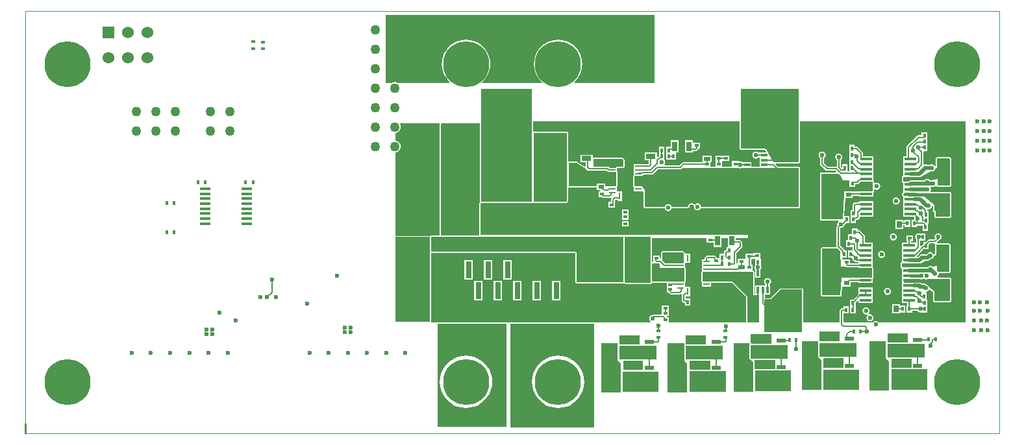
<source format=gtl>
G04*
G04 #@! TF.GenerationSoftware,Altium Limited,Altium Designer,19.1.5 (86)*
G04*
G04 Layer_Physical_Order=1*
G04 Layer_Color=255*
%FSLAX44Y44*%
%MOMM*%
G71*
G01*
G75*
%ADD12C,0.2000*%
%ADD15C,0.5000*%
%ADD16C,0.2540*%
%ADD17C,0.1000*%
%ADD18R,0.6000X0.4000*%
%ADD19R,1.2700X0.5588*%
%ADD20R,0.4000X0.6000*%
%ADD21R,0.9000X0.2600*%
%ADD22R,0.2600X0.9000*%
%ADD23R,2.0700X3.0700*%
%ADD24R,0.4500X0.6000*%
%ADD25R,1.4000X0.3500*%
%ADD26R,0.6000X0.4500*%
%ADD27R,0.8000X0.6000*%
%ADD28R,1.0000X1.6000*%
%ADD29R,0.7000X1.3000*%
%ADD30R,0.7000X0.9000*%
%ADD31R,2.0250X2.6800*%
%ADD32R,1.5700X0.4100*%
%ADD33R,0.5000X0.9000*%
%ADD34R,1.3000X0.7000*%
%ADD35R,1.3000X0.8000*%
%ADD36R,0.9000X0.5000*%
%ADD37R,0.3500X0.8500*%
%ADD38R,5.4100X1.8800*%
%ADD39R,1.3716X0.5080*%
%ADD40R,1.4224X5.4102*%
%ADD41R,1.6000X1.0000*%
%ADD42R,0.8500X0.3500*%
%ADD43R,0.7366X2.2352*%
%ADD61C,0.4000*%
%ADD62C,6.0000*%
%ADD63C,1.2700*%
%ADD64C,1.5240*%
%ADD65R,1.5240X1.5240*%
%ADD66C,0.6000*%
G36*
X820420Y457200D02*
X715584D01*
X715145Y458391D01*
X716970Y459950D01*
X720192Y463723D01*
X722785Y467954D01*
X724684Y472538D01*
X725842Y477363D01*
X726232Y482310D01*
X725842Y487257D01*
X724684Y492082D01*
X722785Y496666D01*
X720192Y500897D01*
X716970Y504670D01*
X713197Y507892D01*
X708966Y510485D01*
X704382Y512384D01*
X699557Y513542D01*
X694610Y513932D01*
X689663Y513542D01*
X684838Y512384D01*
X680254Y510485D01*
X676023Y507892D01*
X672250Y504670D01*
X669028Y500897D01*
X666435Y496666D01*
X664536Y492082D01*
X663378Y487257D01*
X662989Y482310D01*
X663378Y477363D01*
X664536Y472538D01*
X666435Y467954D01*
X669028Y463723D01*
X672250Y459950D01*
X674075Y458391D01*
X673636Y457200D01*
X595584D01*
X595145Y458391D01*
X596970Y459950D01*
X600192Y463723D01*
X602785Y467954D01*
X604684Y472538D01*
X605842Y477363D01*
X606231Y482310D01*
X605842Y487257D01*
X604684Y492082D01*
X602785Y496666D01*
X600192Y500897D01*
X596970Y504670D01*
X593197Y507892D01*
X588966Y510485D01*
X584382Y512384D01*
X579557Y513542D01*
X574610Y513932D01*
X569663Y513542D01*
X564838Y512384D01*
X560254Y510485D01*
X556023Y507892D01*
X552250Y504670D01*
X549028Y500897D01*
X546435Y496666D01*
X544536Y492082D01*
X543378Y487257D01*
X542989Y482310D01*
X543378Y477363D01*
X544536Y472538D01*
X546435Y467954D01*
X549028Y463723D01*
X552250Y459950D01*
X554075Y458391D01*
X553636Y457200D01*
X485989D01*
X485301Y457728D01*
X483386Y458521D01*
X481330Y458792D01*
X479274Y458521D01*
X477359Y457728D01*
X476671Y457200D01*
X469900D01*
X469900Y506885D01*
X469900Y546082D01*
X820420D01*
X820420Y457200D01*
D02*
G37*
G36*
X1225550Y144780D02*
X1112454D01*
X1111972Y145502D01*
X1110475Y146502D01*
X1108710Y146853D01*
X1106945Y146502D01*
X1105448Y145502D01*
X1104966Y144780D01*
X1066833D01*
Y156766D01*
X1073444D01*
Y165814D01*
X1066396D01*
Y163864D01*
X1065432D01*
X1064447Y163668D01*
X1063612Y163110D01*
X1062440Y161938D01*
X1061882Y161103D01*
X1061686Y160118D01*
Y144780D01*
X1014549D01*
Y187681D01*
X1014066Y188847D01*
X1012899Y189330D01*
X984959D01*
X983793Y188847D01*
X971576Y176630D01*
X963963D01*
Y181346D01*
X971164D01*
Y192894D01*
X970463D01*
Y194499D01*
X971002Y194858D01*
X972001Y196355D01*
X972353Y198120D01*
X972001Y199885D01*
X971002Y201382D01*
X969505Y202381D01*
X967740Y202733D01*
X965975Y202381D01*
X964478Y201382D01*
X963478Y199885D01*
X963127Y198120D01*
X963478Y196355D01*
X964478Y194858D01*
X965317Y194298D01*
Y192894D01*
X951616D01*
Y181990D01*
X950340D01*
Y189230D01*
Y210820D01*
X949856Y211986D01*
X949089Y212304D01*
X948134Y213066D01*
Y220114D01*
X946183D01*
Y227446D01*
X948134D01*
Y227815D01*
X949246Y228196D01*
X950497Y228151D01*
X951346Y228044D01*
X951346Y226926D01*
Y219785D01*
X950779Y218935D01*
X950427Y217170D01*
X950779Y215405D01*
X951616Y214151D01*
Y203346D01*
X958164D01*
Y204470D01*
Y213816D01*
X958302Y213908D01*
X959302Y215405D01*
X959653Y217170D01*
X959302Y218935D01*
X958894Y219545D01*
X958894Y228044D01*
X958294Y229065D01*
Y235244D01*
X949301D01*
X949246Y235244D01*
X949246Y235244D01*
X948134Y234994D01*
X948134Y234994D01*
X939086D01*
Y228005D01*
X937974Y227624D01*
X937890Y227624D01*
X928926D01*
Y222158D01*
X928311Y221902D01*
X928197Y221933D01*
X927133Y222768D01*
Y235252D01*
X933901Y242020D01*
X934459Y242855D01*
X934655Y243840D01*
Y249018D01*
X934459Y250003D01*
X933901Y250838D01*
X932730Y252010D01*
X931895Y252568D01*
X930910Y252764D01*
X926384D01*
Y255270D01*
X942340D01*
Y259080D01*
X926384D01*
Y259484D01*
X916336D01*
Y259080D01*
X907384D01*
Y259484D01*
X897336D01*
Y259080D01*
X593725D01*
Y299550D01*
X594484Y300610D01*
X660090D01*
X660347Y300717D01*
X660625Y300700D01*
X660935Y300806D01*
X661646Y301165D01*
X662309Y300872D01*
X662637Y300736D01*
X662965D01*
X663268Y300610D01*
X704986D01*
X706152Y301094D01*
X707286Y302228D01*
X707770Y303394D01*
Y320029D01*
X709040Y320930D01*
X745046D01*
Y317406D01*
X750111D01*
X750126Y317384D01*
X749447Y316114D01*
X747316D01*
Y308566D01*
X751990D01*
X752020Y308520D01*
X752560Y307980D01*
X753395Y307422D01*
X754380Y307227D01*
X761920D01*
X762905Y307422D01*
X763513Y307829D01*
X764429Y306913D01*
X764162Y306515D01*
X763967Y305530D01*
Y302144D01*
X760016D01*
Y294596D01*
X769064D01*
Y299371D01*
X769113Y299620D01*
Y304464D01*
X769416Y304767D01*
X771996D01*
Y303596D01*
X777644D01*
Y315644D01*
X771996Y315644D01*
X771494Y316706D01*
Y321456D01*
X771602Y321717D01*
X771834Y321949D01*
X771970Y322277D01*
Y322605D01*
X772096Y322908D01*
Y340818D01*
X771970Y341121D01*
Y341449D01*
X771834Y341777D01*
X771602Y342009D01*
X771494Y342270D01*
Y345670D01*
X771602Y345931D01*
X771834Y346163D01*
X771970Y346491D01*
Y346694D01*
X779452D01*
X779755Y346820D01*
X780083Y346820D01*
X780315Y346916D01*
X780547Y347148D01*
X780618Y347178D01*
X780648Y347249D01*
X780875Y347476D01*
X780946Y347506D01*
X780976Y347577D01*
X781208Y347809D01*
X781304Y348041D01*
Y348369D01*
X781430Y348672D01*
X781430Y357006D01*
X780946Y358172D01*
X779812Y359306D01*
X778646Y359790D01*
X740410D01*
X739544Y360368D01*
Y363774D01*
X723496D01*
Y353726D01*
X730217D01*
Y348971D01*
X728947Y348292D01*
X720008Y354250D01*
X719859Y354280D01*
X719717Y354374D01*
X719545Y354408D01*
X719413Y354496D01*
X719264Y354526D01*
X719123Y354584D01*
X718965D01*
X718802Y354651D01*
X718633D01*
X718492Y354710D01*
X708660Y354710D01*
X707770Y355715D01*
Y391160D01*
Y392430D01*
X707286Y393596D01*
X706120Y394080D01*
X662940D01*
X662050Y394674D01*
Y407670D01*
X931576D01*
X931576Y371517D01*
X932059Y370350D01*
X933226Y369867D01*
X964553D01*
X965771Y367743D01*
X965134Y366644D01*
X957296D01*
Y366644D01*
X957141Y366493D01*
X955762Y366482D01*
X954265Y367481D01*
X952500Y367833D01*
X950735Y367481D01*
X949238Y366482D01*
X948239Y364985D01*
X947887Y363220D01*
X948239Y361455D01*
X949238Y359958D01*
X950735Y358959D01*
X952500Y358607D01*
X954265Y358959D01*
X955762Y359958D01*
X955848Y360088D01*
X957167Y360074D01*
X957296Y359969D01*
Y348360D01*
D01*
X946844D01*
D01*
Y353644D01*
X935558D01*
X935517Y353707D01*
X934020Y354706D01*
X932255Y355058D01*
X931624Y354932D01*
X930354Y355644D01*
Y355644D01*
X921306D01*
Y348360D01*
X908764D01*
Y354734D01*
X908764Y354734D01*
X909049Y355886D01*
X917654D01*
Y362934D01*
X908606D01*
Y362684D01*
X899716D01*
Y355136D01*
X899716D01*
Y354734D01*
X899716D01*
Y348360D01*
X893524D01*
Y354236D01*
X895024D01*
Y362284D01*
X882976D01*
Y354236D01*
X881893Y353783D01*
X857730D01*
X856745Y353588D01*
X855910Y353030D01*
X852990Y350109D01*
X833750D01*
X833114Y351380D01*
X833772Y352364D01*
X834123Y354129D01*
X833772Y355894D01*
X833558Y356216D01*
X833414Y357426D01*
X833414Y357426D01*
X833414Y357426D01*
Y365046D01*
Y374094D01*
X826366D01*
Y362215D01*
X825700Y361770D01*
X824537Y360607D01*
X823364Y361093D01*
Y366364D01*
X807316D01*
Y356316D01*
X812766D01*
Y351586D01*
X812724Y351543D01*
X805194D01*
Y351794D01*
X793146D01*
Y346146D01*
Y337361D01*
X793028Y337312D01*
X792544Y336146D01*
Y322580D01*
X793028Y321414D01*
X793146Y321365D01*
Y316146D01*
X805194D01*
X806070Y315239D01*
Y295910D01*
X806554Y294744D01*
X807720Y294260D01*
X833663D01*
X833939Y292875D01*
X834938Y291378D01*
X836435Y290378D01*
X838200Y290027D01*
X839965Y290378D01*
X841462Y291378D01*
X842461Y292875D01*
X842737Y294260D01*
X864067D01*
X864512Y294445D01*
X864984Y294538D01*
X865078Y294679D01*
X865234Y294744D01*
X865418Y295188D01*
X865685Y295588D01*
X865972Y297031D01*
X866608Y297982D01*
X867559Y298618D01*
X868680Y298841D01*
X869801Y298618D01*
X870727Y297999D01*
X871092Y297927D01*
X871411Y297738D01*
X871911Y297032D01*
X871687Y295910D01*
X872038Y294145D01*
X873038Y292648D01*
X874535Y291649D01*
X876300Y291297D01*
X878065Y291649D01*
X879562Y292648D01*
X880562Y294145D01*
X880837Y294292D01*
X880913Y294260D01*
X1008380D01*
X1009546Y294744D01*
X1010030Y295910D01*
Y346710D01*
X1009546Y347876D01*
X1008380Y348359D01*
X981160D01*
D01*
D01*
X978109Y351410D01*
X978635Y352681D01*
X1008156D01*
X1009322Y353164D01*
X1009806Y354330D01*
Y356870D01*
Y407670D01*
X1225550D01*
Y144780D01*
D02*
G37*
G36*
X1008156Y356870D02*
Y355600D01*
Y354330D01*
X975360D01*
X968844Y365699D01*
Y366644D01*
X968302D01*
X965509Y371517D01*
X933226D01*
X933226Y449356D01*
X933450Y449580D01*
X1008156D01*
Y356870D01*
D02*
G37*
G36*
X779780Y357006D02*
X779780Y348672D01*
X779684Y348440D01*
X779452Y348344D01*
X770446D01*
Y347122D01*
X770310Y346794D01*
X761745D01*
X760794Y347746D01*
X759959Y348303D01*
X758974Y348499D01*
X740410D01*
X740410Y358140D01*
X778646D01*
X779780Y357006D01*
D02*
G37*
G36*
X718492Y353060D02*
X718633Y353002D01*
X718802D01*
X718944Y352907D01*
X719093Y352878D01*
X728031Y346919D01*
D01*
X733281Y343420D01*
X734507D01*
X734844Y343353D01*
X757908D01*
X758910Y342350D01*
X759446Y341992D01*
Y341146D01*
X770310D01*
X770446Y340818D01*
Y322908D01*
X770310Y322580D01*
X756094D01*
Y326454D01*
X745046D01*
Y322580D01*
X708660D01*
Y353060D01*
X718492Y353060D01*
D02*
G37*
G36*
X660400Y302366D02*
X660090Y302260D01*
X594483D01*
Y302290D01*
X594360Y302588D01*
Y405130D01*
X594360Y405130D01*
X594360Y405130D01*
Y449580D01*
X660400D01*
Y302366D01*
D02*
G37*
G36*
X706120Y391160D02*
Y355304D01*
X706120Y303394D01*
X704986Y302260D01*
X663268D01*
X662940Y302396D01*
X662940Y392430D01*
X706120D01*
Y391160D01*
D02*
G37*
G36*
X929702Y346710D02*
X930490Y346184D01*
X932255Y345832D01*
X934020Y346184D01*
X934808Y346710D01*
X1008380Y346710D01*
Y295910D01*
X880913D01*
X880562Y297675D01*
X879562Y299172D01*
X878065Y300172D01*
X876300Y300523D01*
X874535Y300172D01*
X873336Y299370D01*
X872490Y299250D01*
X871644Y299370D01*
X870445Y300172D01*
X868680Y300523D01*
X866915Y300172D01*
X865418Y299172D01*
X864418Y297675D01*
X864067Y295910D01*
X842560D01*
X842461Y296405D01*
X841462Y297902D01*
X839965Y298902D01*
X838200Y299253D01*
X836435Y298902D01*
X834938Y297902D01*
X833939Y296405D01*
X833840Y295910D01*
X807720D01*
Y318770D01*
X805194Y321296D01*
Y321794D01*
X804696D01*
X803910Y322580D01*
X794194D01*
Y336146D01*
X805194D01*
Y337140D01*
X805659Y337450D01*
X806081Y337873D01*
X816696D01*
X817681Y338068D01*
X818516Y338626D01*
X824852Y344963D01*
X854056D01*
X855041Y345158D01*
X855876Y345716D01*
X856869Y346710D01*
X929702D01*
D02*
G37*
G36*
X592710Y405130D02*
Y302260D01*
X592960Y301659D01*
X592808Y301558D01*
X592715Y301417D01*
X592559Y301353D01*
X592374Y300908D01*
X592107Y300508D01*
X592140Y300342D01*
X592075Y300186D01*
Y259080D01*
X591641Y258430D01*
X541641D01*
X541641Y403860D01*
X542911Y405130D01*
X592710Y405130D01*
D02*
G37*
G36*
X539992Y403860D02*
X539992Y306115D01*
Y258430D01*
X529592D01*
X529289Y258304D01*
X528961D01*
X528445Y258090D01*
X528213Y257858D01*
X528096Y257810D01*
X482600Y257810D01*
X482600Y366875D01*
X483386Y366979D01*
X485301Y367772D01*
X486946Y369034D01*
X488208Y370679D01*
X489001Y372594D01*
X489272Y374650D01*
X489001Y376706D01*
X488208Y378621D01*
X486946Y380266D01*
X485301Y381528D01*
X483386Y382321D01*
X482600Y382425D01*
Y392275D01*
X483386Y392379D01*
X485301Y393172D01*
X486946Y394434D01*
X488208Y396079D01*
X489001Y397994D01*
X489272Y400050D01*
X489001Y402105D01*
X488275Y403860D01*
X488758Y405130D01*
X539992Y405130D01*
Y403860D01*
D02*
G37*
G36*
X888286Y255270D02*
Y248876D01*
X897334D01*
X897336Y247607D01*
Y243436D01*
X907384D01*
Y255270D01*
X916336D01*
Y243436D01*
X915129Y243284D01*
X914356D01*
Y240055D01*
X913415Y239868D01*
X912580Y239310D01*
X911334Y238064D01*
X910776Y237229D01*
X910581Y236244D01*
Y234394D01*
X905106D01*
Y230101D01*
X904954Y228894D01*
X901690D01*
X901538Y229659D01*
X900980Y230494D01*
X899808Y231666D01*
X898973Y232224D01*
X897988Y232419D01*
X894945D01*
X894824Y232444D01*
X889242D01*
X888257Y232248D01*
X887422Y231690D01*
X886250Y230518D01*
X885692Y229683D01*
X885497Y228698D01*
Y227334D01*
X882046D01*
Y221686D01*
Y212036D01*
X881928Y211986D01*
X881444Y210820D01*
Y203200D01*
X860996D01*
Y215900D01*
X860512Y217066D01*
X860394Y217115D01*
Y221774D01*
X860896Y222836D01*
X861664Y222836D01*
X866544D01*
Y234884D01*
X861440D01*
X860593Y235176D01*
X859988Y235759D01*
X859686Y236488D01*
X858788Y237386D01*
X857622Y237869D01*
X830580Y237869D01*
X829414Y237386D01*
X828930Y236220D01*
X828930Y229315D01*
X827660Y228510D01*
X827484Y228594D01*
Y232234D01*
X818436D01*
Y225186D01*
X818436D01*
X818440Y225170D01*
X817424Y223900D01*
X816990D01*
Y255270D01*
X888286Y255270D01*
D02*
G37*
G36*
X858520Y235322D02*
X858520Y222334D01*
X848346D01*
Y222250D01*
X834219Y222250D01*
X830580Y225889D01*
X830580Y236220D01*
X857622Y236220D01*
X858520Y235322D01*
D02*
G37*
G36*
X823051Y222241D02*
X825872D01*
X826770Y221343D01*
X826770Y215900D01*
X859346Y215900D01*
Y198120D01*
X845264D01*
Y198164D01*
X836216D01*
Y198120D01*
X816990D01*
Y222250D01*
X823004D01*
X823051Y222241D01*
D02*
G37*
G36*
X779780Y245500D02*
X779780Y198120D01*
X779201Y197090D01*
X718820Y197090D01*
Y236311D01*
X718525Y236245D01*
X718337Y236699D01*
X717170Y237182D01*
X529076D01*
Y256566D01*
X529592Y256780D01*
X779780D01*
Y245500D01*
D02*
G37*
G36*
X815340Y196850D02*
X782600Y196850D01*
X781430Y198120D01*
X781430Y256540D01*
X815340Y256540D01*
Y196850D01*
D02*
G37*
G36*
X527426Y237182D02*
X527768Y236357D01*
X527426Y235533D01*
Y145363D01*
X482600D01*
X482600Y256540D01*
X527426D01*
Y237182D01*
D02*
G37*
G36*
X948690Y189230D02*
Y181610D01*
X949007Y180340D01*
X956310D01*
X956310Y144780D01*
X941070D01*
Y179070D01*
X922020Y198120D01*
X883094D01*
Y210820D01*
X948690D01*
Y189230D01*
D02*
G37*
G36*
X717170Y235397D02*
Y197090D01*
X717654Y195924D01*
X718820Y195440D01*
X719830D01*
D01*
X779201Y195440D01*
X779415Y195529D01*
X779645Y195501D01*
X779977Y195762D01*
X780367Y195924D01*
X781612Y195610D01*
X781988Y195454D01*
X782533Y195202D01*
X782567Y195214D01*
X782600Y195200D01*
X815340Y195200D01*
X816506Y195684D01*
X816855Y196526D01*
X816990Y196470D01*
X836216D01*
Y184106D01*
X838517D01*
X838920Y183502D01*
X840092Y182330D01*
X840927Y181772D01*
X841912Y181576D01*
X853538D01*
X854523Y181772D01*
X855358Y182330D01*
X856198Y181408D01*
X856142Y181325D01*
X855947Y180340D01*
Y173892D01*
X856142Y172907D01*
X856700Y172072D01*
X857872Y170900D01*
X858707Y170342D01*
X859692Y170147D01*
X859746D01*
Y166926D01*
X867294D01*
Y175974D01*
X861094D01*
Y179136D01*
X866544D01*
Y191184D01*
X860896Y191184D01*
X860394Y192246D01*
Y196905D01*
X860512Y196954D01*
X860996Y198120D01*
X881444D01*
X881928Y196954D01*
X882046Y196905D01*
Y191686D01*
X894094D01*
Y196470D01*
X921337D01*
X939420Y178387D01*
Y144780D01*
X938150Y144780D01*
X838914D01*
Y151424D01*
X836495D01*
X836370Y151526D01*
X836057Y152178D01*
X836807Y153376D01*
X838914D01*
Y159616D01*
Y166664D01*
X829866D01*
Y154949D01*
X819052D01*
X818067Y154754D01*
X817547Y154406D01*
X816115Y154122D01*
X814618Y153122D01*
X813618Y151625D01*
X813267Y149860D01*
X813618Y148095D01*
X814618Y146598D01*
X815439Y146050D01*
X815054Y144780D01*
X719830D01*
D01*
X718781D01*
X716280D01*
D01*
X530153Y144780D01*
X529076Y145363D01*
Y235205D01*
X529212Y235533D01*
X716842D01*
X717170Y235397D01*
D02*
G37*
G36*
X1012899Y132080D02*
X963369D01*
Y174981D01*
X972259D01*
X984959Y187681D01*
X1012899D01*
Y132080D01*
D02*
G37*
G36*
X1061720Y120650D02*
X1035050D01*
X1035050Y133350D01*
X1061720D01*
X1061720Y120650D01*
D02*
G37*
G36*
X1150620Y118490D02*
X1125220D01*
X1123950Y119760D01*
X1123950Y130810D01*
X1150620D01*
X1150620Y118490D01*
D02*
G37*
G36*
X972510Y117220D02*
X947110D01*
X945840Y118490D01*
X945840Y129540D01*
X972510D01*
X972510Y117220D01*
D02*
G37*
G36*
X887555Y115950D02*
X861210D01*
X860903Y116155D01*
Y118110D01*
X860885Y118153D01*
X860885Y128270D01*
X887555D01*
X887555Y115950D01*
D02*
G37*
G36*
X801060D02*
X775660D01*
X774390Y117091D01*
X774390Y128270D01*
X801060D01*
X801060Y115950D01*
D02*
G37*
G36*
X1083310Y100330D02*
X1035430D01*
X1035430Y118110D01*
X1083310D01*
Y100330D01*
D02*
G37*
G36*
X1172210Y99060D02*
X1123950D01*
Y116840D01*
X1172210D01*
Y99060D01*
D02*
G37*
G36*
X994100Y97790D02*
X945840D01*
Y115570D01*
X994100D01*
Y97790D01*
D02*
G37*
G36*
X909470Y96520D02*
X861210D01*
Y114300D01*
X909470D01*
Y96520D01*
D02*
G37*
G36*
X822960D02*
X774700D01*
Y114300D01*
X822960D01*
Y96520D01*
D02*
G37*
G36*
X1155700Y85470D02*
X1130300D01*
X1129030Y86740D01*
X1129030Y97410D01*
X1155700D01*
X1155700Y85470D01*
D02*
G37*
G36*
X1066800Y85344D02*
X1040130D01*
X1040130Y98044D01*
X1066800D01*
X1066800Y85344D01*
D02*
G37*
G36*
X977590Y83820D02*
X950920D01*
X950920Y96140D01*
X977590D01*
X977590Y83820D01*
D02*
G37*
G36*
X892960Y82930D02*
X867560D01*
X866290Y84200D01*
X866290Y94870D01*
X892960D01*
X892960Y82930D01*
D02*
G37*
G36*
X805180D02*
X779780D01*
X779780Y94870D01*
X805180D01*
X805180Y82930D01*
D02*
G37*
G36*
X1176020Y57150D02*
X1129030D01*
Y83820D01*
X1176020D01*
Y57150D01*
D02*
G37*
G36*
X1033780Y119734D02*
X1033780Y99502D01*
X1037590Y95693D01*
X1037590Y57150D01*
X1012190Y57150D01*
X1012190Y120650D01*
X1033400D01*
X1033780Y119734D01*
D02*
G37*
G36*
X1087120Y56515D02*
X1040130D01*
Y83185D01*
X1087120D01*
Y56515D01*
D02*
G37*
G36*
X1121993Y97928D02*
X1125803Y94118D01*
X1125803Y56018D01*
X1100403Y56018D01*
X1100403Y120650D01*
X1121993D01*
X1121993Y97928D01*
D02*
G37*
G36*
X998220Y55245D02*
X951230D01*
Y81915D01*
X998220D01*
Y55245D01*
D02*
G37*
G36*
X913280Y54610D02*
X866290D01*
Y81280D01*
X913280D01*
Y54610D01*
D02*
G37*
G36*
X944673Y117323D02*
X944674Y116736D01*
X944190Y115570D01*
Y97790D01*
X944674Y96624D01*
X945503Y96280D01*
X948690Y93093D01*
X948690Y54551D01*
X923290Y54551D01*
X923290Y118051D01*
X944372D01*
X944673Y117323D01*
D02*
G37*
G36*
X825500Y53975D02*
X778510D01*
Y80645D01*
X825500D01*
Y53975D01*
D02*
G37*
G36*
X859253Y118110D02*
Y116155D01*
Y116155D01*
X859253Y95388D01*
X863063Y91578D01*
X863063Y53478D01*
X837663Y53478D01*
X837663Y118110D01*
X859253D01*
Y118110D01*
D02*
G37*
G36*
X772433Y95388D02*
X776243Y91578D01*
X776243Y53478D01*
X750843Y53478D01*
X750843Y118110D01*
X772433D01*
X772433Y95388D01*
D02*
G37*
G36*
X627622Y143130D02*
X627622Y8203D01*
X537210Y8203D01*
X537210Y143130D01*
X627622Y143130D01*
D02*
G37*
G36*
X716280Y143130D02*
D01*
X741680D01*
X741680Y7620D01*
X632460Y7620D01*
X632460Y143130D01*
X716280Y143130D01*
D02*
G37*
%LPC*%
G36*
X870504Y382674D02*
X860456D01*
Y366626D01*
X870504D01*
Y368266D01*
X873858D01*
X874843Y368462D01*
X875678Y369020D01*
X876850Y370192D01*
X877408Y371027D01*
X877604Y372012D01*
Y372226D01*
X879554D01*
Y379774D01*
X870506D01*
X870504Y381043D01*
Y382674D01*
D02*
G37*
G36*
X1175734Y393144D02*
X1168686D01*
Y389193D01*
X1164615D01*
X1163630Y388998D01*
X1162795Y388440D01*
X1149626Y375271D01*
X1149068Y374436D01*
X1148873Y373451D01*
Y361464D01*
X1144436D01*
X1144270Y362665D01*
Y337361D01*
X1143901Y336244D01*
X1143901Y336244D01*
X1143669Y336012D01*
X1143598Y335982D01*
X1143568Y335911D01*
X1143341Y335684D01*
X1143270Y335654D01*
X1143240Y335583D01*
X1143008Y335351D01*
X1142912Y335119D01*
X1142912Y334791D01*
X1142786Y334488D01*
Y329292D01*
X1142912Y328989D01*
Y328661D01*
X1143008Y328429D01*
X1143240Y328197D01*
X1143270Y328126D01*
X1143341Y328096D01*
X1143568Y327869D01*
X1143598Y327798D01*
X1143669Y327768D01*
X1143901Y327536D01*
X1144133Y327440D01*
X1144270Y327303D01*
Y314642D01*
X1143694Y313905D01*
X1143636Y313695D01*
X1143621Y313686D01*
X1143610Y313648D01*
X1143561Y313612D01*
X1143506Y313520D01*
X1143477Y313323D01*
X1143363Y313133D01*
X1143344Y313006D01*
X1143344Y313006D01*
X1143344Y313006D01*
X1143310Y312882D01*
X1143337Y312662D01*
X1143284Y312470D01*
X1143297Y312364D01*
X1143326Y312311D01*
X1143320Y312271D01*
X1143331Y312257D01*
X1143299Y312042D01*
X1143860Y309798D01*
X1143912Y309728D01*
Y309728D01*
X1143970Y309496D01*
X1144113Y309303D01*
X1144135Y309216D01*
X1144187Y309146D01*
X1144234Y309117D01*
X1144270Y309022D01*
Y281615D01*
X1144436Y282816D01*
X1157902D01*
X1158882Y281546D01*
X1158707Y280670D01*
X1158818Y280114D01*
X1157776Y278844D01*
X1155556D01*
Y269796D01*
X1162604D01*
Y270389D01*
X1163320Y271476D01*
X1169956D01*
Y264716D01*
X1177004D01*
Y273606D01*
X1177584D01*
Y281226D01*
Y290274D01*
X1175633D01*
Y291206D01*
X1175552Y291618D01*
X1176454Y292683D01*
X1176529Y292719D01*
X1177290Y292567D01*
X1179055Y292918D01*
X1180552Y293918D01*
X1181552Y295415D01*
X1181658Y295950D01*
X1182018Y296318D01*
X1183083Y296605D01*
X1183260Y296451D01*
Y290274D01*
X1183744Y289108D01*
X1184910Y288624D01*
X1184934D01*
Y283210D01*
X1185418Y282044D01*
X1186584Y281560D01*
X1205230D01*
X1206396Y282044D01*
X1206880Y283210D01*
Y313690D01*
X1206396Y314856D01*
X1205230Y315340D01*
X1200754D01*
Y315364D01*
X1190706D01*
Y315340D01*
X1180696D01*
X1180017Y316610D01*
X1180282Y317005D01*
X1180633Y318770D01*
X1180300Y320443D01*
X1180317Y320731D01*
X1180842Y321713D01*
X1183066D01*
X1183514Y321802D01*
X1183640Y321777D01*
X1185405Y322128D01*
X1186902Y323128D01*
X1186919Y323154D01*
X1188330Y322980D01*
X1188575Y322389D01*
X1189742Y321906D01*
X1205686D01*
X1206852Y322389D01*
X1207335Y323555D01*
Y358404D01*
X1206852Y359571D01*
X1206286Y360136D01*
X1205120Y360620D01*
X1188610D01*
X1187444Y360136D01*
X1186960Y358970D01*
X1186961Y349319D01*
X1185690Y348933D01*
X1184997Y349972D01*
X1183500Y350971D01*
X1181735Y351323D01*
X1179970Y350971D01*
X1179732Y350813D01*
X1176118D01*
X1175880Y350971D01*
X1174115Y351323D01*
X1172350Y350971D01*
X1172243Y350900D01*
X1170974Y351579D01*
Y368015D01*
X1171664Y368856D01*
X1175734D01*
Y376476D01*
Y384096D01*
Y393144D01*
D02*
G37*
G36*
X851504Y382674D02*
X841456D01*
Y374094D01*
X835366D01*
Y365046D01*
Y357426D01*
X848404D01*
Y366474D01*
X849611Y366626D01*
X851504D01*
Y382674D01*
D02*
G37*
G36*
X1081174Y376634D02*
X1074126D01*
Y367586D01*
Y358696D01*
Y349806D01*
Y342831D01*
X1073150Y342262D01*
X1072174Y342831D01*
Y351234D01*
X1065126D01*
Y348130D01*
X1063856Y347603D01*
X1063024Y348436D01*
Y356959D01*
X1063712Y357418D01*
X1064712Y358915D01*
X1065063Y360680D01*
X1064712Y362445D01*
X1063712Y363942D01*
X1062215Y364941D01*
X1060450Y365293D01*
X1058685Y364941D01*
X1057188Y363942D01*
X1056189Y362445D01*
X1055837Y360680D01*
X1056189Y358915D01*
X1057188Y357418D01*
X1057877Y356959D01*
Y348408D01*
X1057396Y348013D01*
X1046276D01*
X1041433Y352856D01*
Y359499D01*
X1042122Y359958D01*
X1043121Y361455D01*
X1043473Y363220D01*
X1043121Y364985D01*
X1042122Y366482D01*
X1040625Y367481D01*
X1038860Y367833D01*
X1037095Y367481D01*
X1035598Y366482D01*
X1034598Y364985D01*
X1034247Y363220D01*
X1034598Y361455D01*
X1035598Y359958D01*
X1036286Y359499D01*
Y351790D01*
X1036482Y350805D01*
X1037040Y349970D01*
X1043390Y343620D01*
X1044225Y343062D01*
X1045210Y342867D01*
X1056330D01*
X1057284Y341913D01*
X1056798Y340740D01*
X1037590Y340740D01*
X1036424Y340256D01*
X1035940Y339090D01*
X1035940Y279400D01*
X1036424Y278234D01*
X1037590Y277750D01*
X1059596D01*
X1059981Y276480D01*
X1059728Y276312D01*
X1058728Y274815D01*
X1058377Y273050D01*
X1058718Y271335D01*
X1058496Y271113D01*
X1057938Y270278D01*
X1057743Y269294D01*
Y244219D01*
X1056744Y242950D01*
X1038860Y242950D01*
X1037694Y242466D01*
X1037210Y241300D01*
X1037210Y180340D01*
X1037694Y179174D01*
X1038860Y178690D01*
X1062896Y178690D01*
X1063430Y178912D01*
X1063979Y179096D01*
X1064006Y179150D01*
X1064062Y179174D01*
X1064283Y179708D01*
X1064541Y180226D01*
X1065333Y191706D01*
X1076134D01*
Y197227D01*
X1085876D01*
Y196226D01*
X1104624D01*
Y202136D01*
X1104796Y202208D01*
X1105280Y203374D01*
X1105280Y215726D01*
X1104796Y216892D01*
X1104624Y216964D01*
Y228726D01*
Y235226D01*
Y241726D01*
Y248874D01*
X1094773D01*
Y257810D01*
X1094578Y258795D01*
X1094020Y259630D01*
X1088940Y264710D01*
X1088105Y265268D01*
X1087120Y265464D01*
X1084984D01*
Y267414D01*
X1077936D01*
Y259794D01*
X1072856D01*
Y252174D01*
X1070316D01*
Y243126D01*
X1077364D01*
Y245077D01*
X1078779D01*
Y239483D01*
X1078033Y238574D01*
X1072765D01*
Y229526D01*
X1077271D01*
X1077932Y228721D01*
X1078283Y226956D01*
X1079283Y225459D01*
X1080779Y224459D01*
X1081902Y224236D01*
X1081986Y224110D01*
X1082821Y223552D01*
X1083806Y223357D01*
X1085876D01*
Y221873D01*
X1075134D01*
Y227294D01*
X1066086D01*
Y227294D01*
X1065176Y227465D01*
X1064996Y228559D01*
X1065854Y229526D01*
X1070813D01*
Y238574D01*
X1068675D01*
X1068666Y238617D01*
X1068109Y239451D01*
X1062889Y244671D01*
Y268228D01*
X1063126Y268465D01*
X1064755Y268789D01*
X1066252Y269788D01*
X1067252Y271285D01*
X1067317Y271616D01*
X1067885Y271996D01*
X1070765Y274876D01*
X1074174D01*
Y278548D01*
X1074343Y279400D01*
X1074174Y280252D01*
Y283924D01*
X1068426D01*
X1067560Y284852D01*
X1069106Y307276D01*
X1078824D01*
Y309817D01*
X1087036D01*
Y308816D01*
X1105784D01*
Y314947D01*
X1106066Y315064D01*
X1106550Y316230D01*
Y317904D01*
X1107820Y318583D01*
X1108215Y318319D01*
X1109980Y317967D01*
X1111745Y318319D01*
X1113242Y319318D01*
X1114241Y320815D01*
X1114593Y322580D01*
X1114241Y324345D01*
X1113242Y325842D01*
X1111745Y326842D01*
X1109980Y327193D01*
X1108215Y326842D01*
X1107820Y326577D01*
X1106550Y327256D01*
Y328316D01*
X1106066Y329482D01*
X1105784Y329599D01*
Y341316D01*
Y347816D01*
Y354316D01*
Y361464D01*
X1092133D01*
Y365860D01*
X1091938Y366845D01*
X1091380Y367680D01*
X1085130Y373930D01*
X1084295Y374488D01*
X1083310Y374683D01*
X1081174D01*
Y376634D01*
D02*
G37*
G36*
X1135380Y308143D02*
X1133615Y307792D01*
X1132118Y306792D01*
X1131118Y305295D01*
X1130767Y303530D01*
X1131118Y301765D01*
X1132118Y300268D01*
X1133615Y299268D01*
X1135380Y298917D01*
X1137145Y299268D01*
X1138642Y300268D01*
X1139641Y301765D01*
X1139993Y303530D01*
X1139641Y305295D01*
X1138642Y306792D01*
X1137145Y307792D01*
X1135380Y308143D01*
D02*
G37*
G36*
X786844Y292394D02*
X777796D01*
Y285346D01*
Y279106D01*
X786844D01*
Y285346D01*
Y292394D01*
D02*
G37*
G36*
X1105784Y302964D02*
X1087036D01*
Y301964D01*
X1082116D01*
X1081131Y301768D01*
X1080296Y301210D01*
X1079124Y300038D01*
X1078566Y299203D01*
X1078371Y298218D01*
Y291544D01*
X1076126D01*
Y282496D01*
Y274876D01*
X1083174D01*
Y278447D01*
X1084013D01*
X1084997Y278642D01*
X1085832Y279200D01*
X1087590Y280958D01*
X1088148Y281793D01*
X1088343Y282777D01*
Y282816D01*
X1105784D01*
Y289316D01*
Y295816D01*
Y302964D01*
D02*
G37*
G36*
X786844Y277154D02*
X777796D01*
Y270106D01*
X786844D01*
Y277154D01*
D02*
G37*
G36*
X1144270Y280333D02*
X1144244Y279074D01*
X1134196D01*
Y267026D01*
X1144244D01*
X1144270Y265767D01*
Y271747D01*
X1146556D01*
Y269796D01*
X1153604D01*
Y273468D01*
X1153773Y274320D01*
X1153604Y275172D01*
Y278844D01*
X1146556D01*
Y276894D01*
X1144270D01*
Y280333D01*
D02*
G37*
G36*
X1131570Y261153D02*
X1129805Y260802D01*
X1128308Y259802D01*
X1127309Y258305D01*
X1126957Y256540D01*
X1127309Y254775D01*
X1128308Y253278D01*
X1129805Y252278D01*
X1131570Y251927D01*
X1133335Y252278D01*
X1134832Y253278D01*
X1135832Y254775D01*
X1136183Y256540D01*
X1135832Y258305D01*
X1134832Y259802D01*
X1133335Y260802D01*
X1131570Y261153D01*
D02*
G37*
G36*
X1189990D02*
X1188225Y260802D01*
X1186728Y259802D01*
X1185729Y258305D01*
X1185377Y256540D01*
X1185729Y254775D01*
X1186080Y254248D01*
X1185040Y253207D01*
X1178584D01*
X1177599Y253012D01*
X1176764Y252454D01*
X1173945Y249634D01*
X1170536D01*
Y246549D01*
X1170225Y246488D01*
X1169390Y245930D01*
X1168181Y244721D01*
X1166911Y245247D01*
Y252016D01*
X1169366D01*
X1169955Y251623D01*
X1170940Y251427D01*
X1171925Y251623D01*
X1172514Y252016D01*
X1173774D01*
Y261064D01*
X1166726D01*
X1166726Y261064D01*
Y261064D01*
X1165456Y260980D01*
X1164590Y261153D01*
X1162825Y260802D01*
X1161328Y259802D01*
X1160329Y258305D01*
X1159977Y256540D01*
X1160329Y254775D01*
X1161328Y253278D01*
X1161764Y252987D01*
Y248874D01*
X1159315D01*
X1159066Y248923D01*
X1158817Y248874D01*
X1155223D01*
Y251056D01*
X1157684D01*
Y258104D01*
X1148636D01*
Y251056D01*
X1150077D01*
Y248874D01*
X1143276D01*
Y241726D01*
Y235226D01*
Y223876D01*
X1142110Y223392D01*
X1141626Y222226D01*
Y217215D01*
X1142110Y216049D01*
X1143276Y215566D01*
Y209226D01*
Y202016D01*
X1143220Y201944D01*
X1143192Y201841D01*
X1143106Y201778D01*
X1143027Y201246D01*
X1142883Y200727D01*
X1142936Y200634D01*
X1142920Y200529D01*
X1143276Y199105D01*
Y189726D01*
Y183226D01*
Y176726D01*
Y170226D01*
X1150006D01*
Y167084D01*
X1149056D01*
Y158036D01*
X1156104D01*
Y159986D01*
X1163409D01*
X1163868Y159298D01*
X1165365Y158299D01*
X1167130Y157947D01*
X1167996Y158120D01*
X1169266Y158036D01*
X1169266Y158036D01*
X1169266Y158036D01*
X1176314D01*
Y165656D01*
Y174704D01*
X1175044D01*
Y183594D01*
X1174578D01*
X1174453Y184864D01*
X1175870Y185146D01*
X1177367Y186146D01*
X1178001Y187095D01*
X1179537Y187509D01*
X1183260Y184613D01*
Y174704D01*
X1183664Y173729D01*
Y172720D01*
X1184148Y171554D01*
X1185314Y171070D01*
X1205230D01*
X1206396Y171554D01*
X1206880Y172720D01*
Y201930D01*
X1206396Y203096D01*
X1205230Y203580D01*
X1199484D01*
Y203604D01*
X1189611D01*
X1189529Y203721D01*
X1189442Y205018D01*
X1190442Y206515D01*
X1190793Y208280D01*
X1190782Y208334D01*
X1191588Y209315D01*
X1204526Y209315D01*
X1205692Y209799D01*
X1206175Y210965D01*
Y245814D01*
X1205692Y246981D01*
X1205126Y247546D01*
X1203960Y248030D01*
X1188936D01*
X1188410Y249300D01*
X1191299Y252188D01*
X1191755Y252278D01*
X1193252Y253278D01*
X1194251Y254775D01*
X1194603Y256540D01*
X1194251Y258305D01*
X1193252Y259802D01*
X1191755Y260802D01*
X1189990Y261153D01*
D02*
G37*
G36*
X1116330Y238293D02*
X1114565Y237941D01*
X1113068Y236942D01*
X1112068Y235445D01*
X1111717Y233680D01*
X1112068Y231915D01*
X1113068Y230418D01*
X1114565Y229419D01*
X1116330Y229067D01*
X1118095Y229419D01*
X1119592Y230418D01*
X1120592Y231915D01*
X1120943Y233680D01*
X1120592Y235445D01*
X1119592Y236942D01*
X1118095Y237941D01*
X1116330Y238293D01*
D02*
G37*
G36*
X1123950Y190033D02*
X1122185Y189681D01*
X1120688Y188682D01*
X1119688Y187185D01*
X1119337Y185420D01*
X1119688Y183655D01*
X1120688Y182158D01*
X1122185Y181159D01*
X1123950Y180807D01*
X1125715Y181159D01*
X1127212Y182158D01*
X1128212Y183655D01*
X1128563Y185420D01*
X1128212Y187185D01*
X1127212Y188682D01*
X1125715Y189681D01*
X1123950Y190033D01*
D02*
G37*
G36*
X1104624Y190374D02*
X1085876D01*
Y181535D01*
X1079045Y174704D01*
X1075396D01*
Y165656D01*
Y156766D01*
X1082444D01*
Y165656D01*
Y170824D01*
X1084703Y173083D01*
X1085876Y172597D01*
Y170226D01*
X1104624D01*
Y176726D01*
Y183226D01*
Y190374D01*
D02*
G37*
G36*
X1140164Y168584D02*
X1130116D01*
Y156536D01*
X1140164D01*
Y158036D01*
X1147104D01*
Y167084D01*
X1140164D01*
Y168584D01*
D02*
G37*
G36*
X1096010Y164633D02*
X1094245Y164282D01*
X1092748Y163282D01*
X1091749Y161785D01*
X1091397Y160020D01*
X1091749Y158255D01*
X1092748Y156758D01*
X1094245Y155758D01*
X1096010Y155407D01*
X1097509Y155705D01*
X1098004Y154509D01*
X1097828Y154392D01*
X1096829Y152895D01*
X1096477Y151130D01*
X1096829Y149365D01*
X1097828Y147868D01*
X1099325Y146868D01*
X1101090Y146517D01*
X1102855Y146868D01*
X1104352Y147868D01*
X1105351Y149365D01*
X1105703Y151130D01*
X1105351Y152895D01*
X1104352Y154392D01*
X1102855Y155392D01*
X1101090Y155743D01*
X1099591Y155444D01*
X1099096Y156641D01*
X1099272Y156758D01*
X1100272Y158255D01*
X1100623Y160020D01*
X1100272Y161785D01*
X1099272Y163282D01*
X1097775Y164282D01*
X1096010Y164633D01*
D02*
G37*
%LPD*%
G36*
X1205686Y358404D02*
Y323555D01*
X1189742D01*
Y332300D01*
X1184517Y330828D01*
X1183640Y331003D01*
X1181875Y330652D01*
X1180778Y329919D01*
X1179952D01*
X1179282Y330922D01*
X1177785Y331922D01*
X1176020Y332273D01*
X1174255Y331922D01*
X1172758Y330922D01*
X1172088Y329919D01*
X1154236D01*
X1152666Y329607D01*
X1151704Y328964D01*
X1144764D01*
X1144532Y329060D01*
X1144436Y329292D01*
Y334488D01*
X1144532Y334720D01*
X1144764Y334816D01*
X1151916D01*
X1152240Y334599D01*
X1153810Y334287D01*
X1155380Y334599D01*
X1155550Y334713D01*
X1165586D01*
X1166103Y334816D01*
X1166812D01*
X1180699Y342303D01*
X1181735Y342097D01*
X1183500Y342449D01*
X1184997Y343448D01*
X1185996Y344945D01*
X1186044Y345185D01*
X1188610Y346568D01*
X1188610Y358970D01*
X1205120D01*
X1205686Y358404D01*
D02*
G37*
G36*
X1205230Y283210D02*
X1186584D01*
Y290274D01*
X1184910D01*
Y298450D01*
X1171402Y308956D01*
X1168317Y309067D01*
X1168036Y309254D01*
X1166466Y309567D01*
X1159160D01*
X1158643Y309464D01*
X1157189D01*
X1145587Y309878D01*
X1145571Y309897D01*
X1145513Y310128D01*
X1145460Y310198D01*
X1144900Y312442D01*
X1144934Y312565D01*
X1144921Y312671D01*
X1144976Y312763D01*
X1144995Y312890D01*
X1145570Y313627D01*
X1145588Y313690D01*
X1205230D01*
Y283210D01*
D02*
G37*
G36*
X1060107Y339090D02*
X1061637Y337560D01*
X1062472Y337002D01*
X1062628Y336971D01*
X1065530Y330200D01*
X1074526D01*
Y321866D01*
X1082074D01*
Y325087D01*
X1084580D01*
X1085565Y325282D01*
X1086400Y325840D01*
X1088826Y328266D01*
X1095360D01*
X1095609Y328316D01*
X1104900D01*
X1104900Y316230D01*
X1078824D01*
Y316324D01*
X1067776D01*
Y311967D01*
X1065530Y279400D01*
X1037590D01*
X1037590Y339090D01*
X1060107Y339090D01*
D02*
G37*
G36*
X1058981Y241300D02*
X1062756Y237526D01*
X1063761Y217430D01*
X1070447D01*
X1071207Y216922D01*
X1072192Y216726D01*
X1085876D01*
Y215726D01*
X1103630D01*
X1103630Y203374D01*
X1085876D01*
Y203200D01*
X1064472Y203200D01*
X1062896Y180340D01*
X1038860Y180340D01*
X1038860Y241300D01*
X1058981Y241300D01*
D02*
G37*
G36*
X1185971Y246791D02*
X1185800Y246380D01*
X1185800Y234657D01*
X1185348Y234369D01*
X1184091Y234175D01*
X1183092Y235672D01*
X1181595Y236672D01*
X1179830Y237023D01*
X1178065Y236672D01*
X1176568Y235672D01*
X1175662Y234314D01*
X1175044Y233697D01*
X1171271D01*
X1169670Y234015D01*
X1167905Y233664D01*
X1166408Y232664D01*
X1165501Y231307D01*
X1164523Y230329D01*
X1162757D01*
X1162361Y231307D01*
X1162338Y231599D01*
X1162704Y231964D01*
X1163365Y232406D01*
X1164844Y233885D01*
X1165286Y234546D01*
X1171325Y240586D01*
X1177584D01*
Y245995D01*
X1179650Y248060D01*
X1185138D01*
X1185971Y246791D01*
D02*
G37*
G36*
X1204526Y245814D02*
Y210965D01*
X1189845Y210965D01*
X1189790Y211019D01*
X1189442Y211542D01*
X1188920Y211891D01*
X1188582Y212228D01*
Y218440D01*
X1182794Y217880D01*
X1182230Y218256D01*
X1180465Y218608D01*
X1178700Y218256D01*
X1177347Y217353D01*
X1175927Y217215D01*
X1143276D01*
Y222226D01*
X1150756D01*
X1151080Y222010D01*
X1152650Y221697D01*
X1154220Y222010D01*
X1154390Y222123D01*
X1166223D01*
X1166740Y222226D01*
X1167823D01*
X1173879Y225491D01*
X1176743D01*
X1178313Y225803D01*
X1179644Y226693D01*
X1180977Y228026D01*
X1181595Y228148D01*
X1183092Y229148D01*
X1184091Y230645D01*
X1184170Y231039D01*
X1187450Y232808D01*
X1187450Y246380D01*
X1203960D01*
X1204526Y245814D01*
D02*
G37*
G36*
X1205230Y172720D02*
X1185314D01*
Y174704D01*
X1184910D01*
Y185420D01*
X1178523Y190388D01*
X1178367Y191173D01*
X1177367Y192669D01*
X1175870Y193669D01*
X1175252Y193792D01*
X1174565Y194480D01*
X1173233Y195369D01*
X1171735Y195667D01*
X1171402Y195926D01*
X1168920Y196015D01*
X1168895Y196031D01*
X1168009Y196208D01*
X1167326Y196665D01*
X1165755Y196977D01*
X1158000D01*
X1157483Y196874D01*
X1145534D01*
X1144520Y200929D01*
X1145302Y201930D01*
X1165959D01*
X1166635Y201479D01*
X1168400Y201127D01*
X1170165Y201479D01*
X1170841Y201930D01*
X1172309D01*
X1172985Y201479D01*
X1174750Y201127D01*
X1176515Y201479D01*
X1177191Y201930D01*
X1205230D01*
Y172720D01*
D02*
G37*
%LPC*%
G36*
X633857Y226289D02*
X623443D01*
Y200889D01*
X633857D01*
Y226289D01*
D02*
G37*
G36*
X608457D02*
X598043D01*
Y200889D01*
X608457D01*
Y226289D01*
D02*
G37*
G36*
X583057D02*
X572643D01*
Y200889D01*
X583057D01*
Y226289D01*
D02*
G37*
G36*
X697357Y199111D02*
X686943D01*
Y173711D01*
X697357D01*
Y199111D01*
D02*
G37*
G36*
X671957D02*
X661543D01*
Y173711D01*
X671957D01*
Y199111D01*
D02*
G37*
G36*
X646557D02*
X636143D01*
Y173711D01*
X646557D01*
Y199111D01*
D02*
G37*
G36*
X621157D02*
X610743D01*
Y173711D01*
X621157D01*
Y199111D01*
D02*
G37*
G36*
X595757D02*
X585343D01*
Y173711D01*
X595757D01*
Y199111D01*
D02*
G37*
G36*
X574610Y101439D02*
X569271Y101019D01*
X564063Y99769D01*
X559116Y97719D01*
X554549Y94921D01*
X550477Y91443D01*
X546999Y87371D01*
X544201Y82804D01*
X542151Y77856D01*
X540901Y72649D01*
X540481Y67310D01*
X540901Y61971D01*
X542151Y56763D01*
X544201Y51816D01*
X546999Y47249D01*
X550477Y43177D01*
X554549Y39699D01*
X559116Y36901D01*
X564063Y34851D01*
X569271Y33601D01*
X574610Y33181D01*
X579949Y33601D01*
X585157Y34851D01*
X590104Y36901D01*
X594671Y39699D01*
X598743Y43177D01*
X602221Y47249D01*
X605019Y51816D01*
X607069Y56763D01*
X608319Y61971D01*
X608739Y67310D01*
X608319Y72649D01*
X607069Y77856D01*
X605019Y82804D01*
X602221Y87371D01*
X598743Y91443D01*
X594671Y94921D01*
X590104Y97719D01*
X585157Y99769D01*
X579949Y101019D01*
X574610Y101439D01*
D02*
G37*
G36*
X694610Y101439D02*
X689271Y101019D01*
X684063Y99769D01*
X679116Y97719D01*
X674549Y94921D01*
X670477Y91443D01*
X666999Y87371D01*
X664201Y82804D01*
X662151Y77856D01*
X660901Y72649D01*
X660481Y67310D01*
X660901Y61971D01*
X662151Y56764D01*
X664201Y51816D01*
X666999Y47249D01*
X670477Y43177D01*
X674549Y39699D01*
X679116Y36901D01*
X684063Y34851D01*
X689271Y33601D01*
X694610Y33181D01*
X699949Y33601D01*
X705156Y34851D01*
X710104Y36901D01*
X714671Y39699D01*
X718743Y43177D01*
X722221Y47249D01*
X725019Y51816D01*
X727069Y56764D01*
X728319Y61971D01*
X728739Y67310D01*
X728319Y72649D01*
X727069Y77856D01*
X725019Y82804D01*
X722221Y87371D01*
X718743Y91443D01*
X714671Y94921D01*
X710104Y97719D01*
X705156Y99769D01*
X699949Y101019D01*
X694610Y101439D01*
D02*
G37*
%LPD*%
D12*
X321310Y184204D02*
Y200660D01*
X314960Y177854D02*
X321310Y184204D01*
X1076752Y234513D02*
X1082545Y228721D01*
X1084876Y240942D02*
Y251460D01*
X1092200Y246350D02*
Y257810D01*
Y246350D02*
X1093250Y245300D01*
X1081640Y255270D02*
X1084876Y252034D01*
X1077650Y255270D02*
X1081640D01*
X1087120Y262890D02*
X1092200Y257810D01*
X1093250Y245300D02*
X1095250D01*
X1081460Y262890D02*
X1087120D01*
X1095250Y245300D02*
X1098770D01*
X1060450Y347370D02*
Y360680D01*
X1060316Y243605D02*
Y269294D01*
Y243605D02*
X1066289Y237632D01*
Y235050D02*
Y237632D01*
Y235050D02*
X1067289Y234050D01*
X1161545Y178374D02*
X1169740Y170180D01*
X1161528Y185750D02*
X1168400Y178878D01*
X1164338Y243518D02*
Y256540D01*
X1038860Y351790D02*
Y363220D01*
X1060450Y347370D02*
X1063650Y344170D01*
X1068650D01*
X1166882Y286484D02*
X1169536Y283830D01*
Y281705D02*
Y283830D01*
Y281705D02*
X1169670Y281571D01*
Y277574D02*
Y281571D01*
Y277574D02*
X1173250D01*
X1158744Y178374D02*
X1161545D01*
X1095120Y225930D02*
X1095250Y225800D01*
X1152930Y206020D02*
X1153920Y207010D01*
X1152650Y206300D02*
X1152930Y206020D01*
X1152650Y245300D02*
X1158016D01*
X1083806Y225930D02*
X1095120D01*
X1080338Y172357D02*
X1088280Y180300D01*
X1095250D01*
X1153920Y207010D02*
X1155190Y205740D01*
X1158016Y245300D02*
X1159066Y246350D01*
X1095250Y180300D02*
Y186800D01*
X1168400Y256540D02*
X1170940Y254000D01*
X1167130Y294640D02*
X1169626D01*
X1163430Y298340D02*
X1167130Y294640D01*
X1154860Y298340D02*
X1163430D01*
X1169626Y294640D02*
X1173060Y291206D01*
X1085560Y339380D02*
X1095420D01*
X1063456D02*
X1085560D01*
X1057396Y345440D02*
X1063456Y339380D01*
X1045210Y345440D02*
X1057396D01*
X1078230Y346710D02*
X1085560Y339380D01*
X1038860Y351790D02*
X1045210Y345440D01*
X1083310Y361950D02*
X1084580Y360680D01*
X1082040Y363220D02*
X1083310Y361950D01*
X1077650Y346710D02*
X1078230D01*
X1086560Y345420D02*
X1095880D01*
X1077650Y354330D02*
X1086560Y345420D01*
X1084580Y355969D02*
Y360680D01*
Y355969D02*
X1088109Y352440D01*
X1095360D01*
X1096410Y351390D01*
X1077650Y363220D02*
X1082040D01*
X1089560Y358940D02*
Y365860D01*
Y358940D02*
X1090610Y357890D01*
X1096410D01*
X1083310Y372110D02*
X1089560Y365860D01*
X1077650Y372110D02*
X1083310D01*
X1095880Y345420D02*
X1096410Y344890D01*
X1095420Y339380D02*
X1096410Y338390D01*
X1168400Y350520D02*
Y368015D01*
X1164590Y355201D02*
Y360579D01*
X1160779Y351390D02*
X1164590Y355201D01*
X1163603Y372812D02*
X1168400Y368015D01*
X1163603Y372812D02*
X1164368Y373577D01*
X1162979Y380000D02*
X1172210D01*
X1151446Y358940D02*
Y373451D01*
X1164615Y386620D02*
X1171210D01*
X1157735Y374757D02*
X1162979Y380000D01*
X1157735Y371418D02*
Y374757D01*
X1157522Y371204D02*
X1157735Y371418D01*
X1157334Y371204D02*
X1157522D01*
X1151446Y373451D02*
X1164615Y386620D01*
X1157334Y367836D02*
X1164590Y360579D01*
X1153810Y351390D02*
X1160779D01*
X1172210Y387620D02*
Y388620D01*
X1171210Y386620D02*
X1172210Y387620D01*
X1151446Y358940D02*
X1152496Y357890D01*
X1153810D01*
X1167210Y373380D02*
X1172210D01*
Y380000D02*
Y381000D01*
X1163820Y345940D02*
X1168400Y350520D01*
X1154860Y345940D02*
X1163820D01*
X1153810Y344890D02*
X1154860Y345940D01*
X1173060Y286750D02*
Y291206D01*
X1164590Y256540D02*
X1168400D01*
X1153810Y299390D02*
X1154860Y298340D01*
X1173060Y286750D02*
X1174060Y285750D01*
X1166188Y287653D02*
X1166796D01*
X1162877Y290964D02*
X1166188Y287653D01*
X1161536Y290964D02*
X1162877D01*
X1159610Y292890D02*
X1161536Y290964D01*
X1153810Y292890D02*
X1159610D01*
X1173291Y277533D02*
X1174060Y278302D01*
X1173250Y277574D02*
X1173291Y277533D01*
X1174060Y278130D02*
Y278302D01*
X1159610Y286390D02*
X1162660Y283340D01*
X1153810Y286390D02*
X1159610D01*
X1162660Y274050D02*
Y280670D01*
X1159350Y274050D02*
X1162660D01*
X1163320D02*
X1171790D01*
X1172790Y273050D01*
X1064260Y142240D02*
Y160118D01*
Y142240D02*
X1066800Y139700D01*
X1064260Y160118D02*
X1065432Y161290D01*
X1066800Y139700D02*
X1094740D01*
X1065432Y161290D02*
X1069920D01*
X1167130Y162560D02*
X1172790D01*
X1152580D02*
X1167130D01*
X1189990Y254519D02*
Y256540D01*
X1186105Y250634D02*
X1189990Y254519D01*
X1171210Y244110D02*
X1174060D01*
X1178584Y250634D02*
X1186105D01*
X1174060Y246110D02*
X1178584Y250634D01*
X1174060Y245110D02*
Y246110D01*
X1163024Y235704D02*
Y235924D01*
X1161545Y234226D02*
X1163024Y235704D01*
X1161326Y234226D02*
X1161545D01*
X1160450Y233350D02*
X1161326Y234226D01*
X1153700Y233350D02*
X1160450D01*
X1174060Y244110D02*
Y245110D01*
X1159620Y238800D02*
X1164338Y243518D01*
X1152650Y238800D02*
X1159620D01*
X1163024Y235924D02*
X1171210Y244110D01*
X1168400Y256540D02*
X1170250D01*
X1152650Y254070D02*
X1153160Y254580D01*
X1152650Y245300D02*
Y254070D01*
X1088281Y232300D02*
X1095250D01*
X1084876Y235704D02*
X1088281Y232300D01*
X1081352Y239483D02*
Y246478D01*
X1084876Y235704D02*
Y235959D01*
X1081352Y239483D02*
X1084876Y235959D01*
X1087019Y238800D02*
X1095250D01*
X1084876Y240942D02*
X1087019Y238800D01*
X1080180Y247650D02*
X1081352Y246478D01*
X1073840Y247650D02*
X1080180D01*
X1062990Y271968D02*
Y273050D01*
X1060316Y269294D02*
X1062990Y271968D01*
X1070610Y220882D02*
X1072192Y219300D01*
X1091096D01*
X1091431Y218965D01*
X1070610Y220882D02*
Y223520D01*
X1168400Y178878D02*
X1171328D01*
X1171520Y179070D01*
X1157796Y179322D02*
X1158744Y178374D01*
X1157796Y179322D02*
Y180300D01*
X1152650D02*
X1157796D01*
X1153700Y185750D02*
X1161528D01*
X1169740Y170180D02*
X1172790D01*
X1094740Y139700D02*
X1096515Y137925D01*
Y134115D02*
Y137925D01*
Y134115D02*
X1097280Y133350D01*
X1089080D02*
X1097280D01*
X1159080Y274320D02*
X1159350Y274050D01*
X1152650Y186800D02*
X1153700Y185750D01*
X1152650Y232300D02*
X1153700Y233350D01*
X1152580Y162560D02*
Y173730D01*
X1152650Y173800D01*
X1179830Y116580D02*
X1182394Y119144D01*
X1179830Y114300D02*
Y116580D01*
X1182394Y121944D02*
X1183640Y123190D01*
X1182394Y119144D02*
Y121944D01*
X1183640Y123190D02*
X1186870D01*
X1076010Y312390D02*
X1096410D01*
X1075420Y311800D02*
X1076010Y312390D01*
X1078920Y161290D02*
X1079629Y161999D01*
Y170126D01*
X1074180Y199800D02*
X1095250D01*
X1070610Y196230D02*
X1074180Y199800D01*
X823786Y347536D02*
X854056D01*
X823786Y356217D02*
X827520Y359950D01*
X829890Y360950D02*
Y369570D01*
X823786Y352616D02*
Y356217D01*
X827520Y359950D02*
X828890D01*
X829890Y360950D01*
X815140Y343970D02*
X823786Y352616D01*
X854056Y347536D02*
X857730Y351210D01*
X889000D01*
X816696Y340446D02*
X823786Y347536D01*
X799170Y343970D02*
X815140D01*
X815340Y350520D02*
Y361340D01*
X813790Y348970D02*
X815340Y350520D01*
X799170Y348970D02*
X813790D01*
X805015Y340446D02*
X816696D01*
X799470Y339270D02*
X803839D01*
X805015Y340446D01*
X799170Y338970D02*
X799470Y339270D01*
X1087760Y330840D02*
X1095360D01*
X1084580Y327660D02*
X1087760Y330840D01*
X932255Y350445D02*
X940995D01*
X931505Y351195D02*
X932255Y350445D01*
X940995D02*
X941070Y350370D01*
X1062990Y273050D02*
X1063755Y273815D01*
X1066065D01*
X1070840Y278590D01*
X1070960D01*
X1071770Y279400D01*
X825500Y134040D02*
Y140970D01*
X814522Y119380D02*
X824230D01*
X814014Y119888D02*
X814522Y119380D01*
X824230D02*
X825500Y120650D01*
Y125040D01*
X913130Y134850D02*
Y139700D01*
X912320Y134040D02*
X913130Y134850D01*
Y120650D02*
Y124230D01*
X912320Y125040D02*
X913130Y124230D01*
X912368Y119888D02*
X913130Y120650D01*
X900834Y119888D02*
X912368D01*
X814014Y85598D02*
Y101092D01*
X900834Y85598D02*
Y101092D01*
X1004570Y121230D02*
X1005260Y121920D01*
X1004570Y110490D02*
Y121230D01*
X985464Y102362D02*
X985774Y102052D01*
Y86868D02*
Y102052D01*
X995498Y121158D02*
X996260Y121920D01*
X985464Y121158D02*
X995498D01*
X1074674Y88138D02*
Y104902D01*
X1071270Y125492D02*
Y129540D01*
Y125492D02*
X1073064Y123698D01*
X1074674D01*
X1071270Y129540D02*
X1075080Y133350D01*
X1080080D01*
X1163574Y88138D02*
Y103632D01*
X1177108Y122428D02*
X1177870Y123190D01*
X1163574Y122428D02*
X1177108D01*
X889000Y351210D02*
Y358260D01*
X952500Y363220D02*
X952650Y363370D01*
X963070D01*
X980440Y342950D02*
Y345440D01*
X975510Y350370D02*
X980440Y345440D01*
X963070Y350370D02*
X975510D01*
X975360Y356870D02*
X980440Y361950D01*
X963070Y356870D02*
X975360D01*
X912880Y359160D02*
X913130Y359410D01*
X904490Y359160D02*
X912880D01*
X904240Y358910D02*
X904490Y359160D01*
X904240Y352480D02*
Y358910D01*
X875030Y372012D02*
Y376000D01*
X873858Y370840D02*
X875030Y372012D01*
X867980Y370840D02*
X873858D01*
X865480Y373340D02*
X867980Y370840D01*
X865480Y373340D02*
Y374650D01*
X768350Y307340D02*
X774520D01*
X774820Y307640D01*
Y309620D01*
X766540Y305530D02*
X768350Y307340D01*
X766540Y299620D02*
Y305530D01*
X765290Y298370D02*
X766540Y299620D01*
X764540Y298370D02*
X765290D01*
X926505Y351195D02*
X931505D01*
X925830Y351870D02*
X926505Y351195D01*
X930910Y250190D02*
X932082Y249018D01*
X922630Y250190D02*
X930910D01*
X921360Y251460D02*
X922630Y250190D01*
X932082Y243840D02*
Y249018D01*
X924560Y236318D02*
X932082Y243840D01*
X924560Y222152D02*
Y236318D01*
X923388Y220980D02*
X924560Y222152D01*
X917630Y220980D02*
X923388D01*
X901170Y252650D02*
X902360Y251460D01*
X892810Y252650D02*
X901170D01*
X967740Y196850D02*
Y198120D01*
Y196850D02*
X967890Y196700D01*
Y187120D02*
Y196700D01*
X962562Y168910D02*
X967080D01*
X968350Y167640D01*
X961390Y170082D02*
X962562Y168910D01*
X948080Y174450D02*
X952350Y178720D01*
X948080Y171450D02*
Y174450D01*
X961390Y170082D02*
Y187120D01*
X954890Y178720D02*
Y187120D01*
X955040Y217170D02*
X955080Y217210D01*
Y223480D01*
X955120Y223520D01*
X954965Y217095D02*
X955040Y217170D01*
X954965Y209195D02*
Y217095D01*
X954890Y209120D02*
X954965Y209195D01*
X953520Y231470D02*
X953770Y231720D01*
X943860Y231470D02*
X953520D01*
X943610Y231220D02*
X943860Y231470D01*
X943610Y216590D02*
Y231220D01*
X933450Y217050D02*
Y224100D01*
X931450Y217050D02*
X933450D01*
X928910Y214510D02*
X931450Y217050D01*
X888070Y214510D02*
X928910D01*
X1135140Y162560D02*
X1143580D01*
X1140340Y273050D02*
X1141610Y274320D01*
X1151200D01*
X1089441Y292890D02*
X1096410D01*
X1084013Y281020D02*
X1085770Y282777D01*
Y289219D01*
X1089441Y292890D01*
X1080770Y279400D02*
Y280020D01*
X1081770Y281020D01*
X1084013D01*
X1082116Y299390D02*
X1096410D01*
X1080944Y298218D02*
X1082116Y299390D01*
X1080944Y287194D02*
Y298218D01*
X1080770Y287020D02*
X1080944Y287194D01*
X1074420Y311800D02*
X1075420D01*
X1095360Y330840D02*
X1096410Y331890D01*
X1080670Y327660D02*
X1084580D01*
X1079420Y326410D02*
X1080670Y327660D01*
X1079420Y326390D02*
Y326410D01*
X834390Y156900D02*
Y163140D01*
X817880Y149860D02*
Y151204D01*
X819052Y152376D01*
X831948D01*
X833120Y151204D01*
Y148900D02*
Y151204D01*
Y148900D02*
X834120Y147900D01*
X834390D01*
X914400Y237490D02*
X916880D01*
X918130Y238740D01*
Y238760D01*
X913154Y236244D02*
X914400Y237490D01*
X913154Y231042D02*
Y236244D01*
Y231042D02*
X914326Y229870D01*
X917630D01*
X908630Y219710D02*
Y229870D01*
X908430Y219510D02*
X908630Y219710D01*
X888070Y219510D02*
X908430D01*
X899160Y226370D02*
X900160Y225370D01*
X900430D01*
X899160Y226370D02*
Y228674D01*
X897988Y229846D02*
X899160Y228674D01*
X894848Y229846D02*
X897988D01*
X894824Y229870D02*
X894848Y229846D01*
X889242Y229870D02*
X894824D01*
X888070Y228698D02*
X889242Y229870D01*
X888070Y224510D02*
Y228698D01*
X861060Y182880D02*
X863420D01*
X863720Y183180D01*
Y185160D01*
X858520Y180340D02*
X861060Y182880D01*
X858520Y173892D02*
Y180340D01*
Y173892D02*
X859692Y172720D01*
X862270D01*
X863520Y171470D01*
Y171450D02*
Y171470D01*
X853538Y184150D02*
X854710Y185322D01*
Y189210D01*
X854410Y189510D02*
X854710Y189210D01*
X854370Y189510D02*
X854410D01*
X841912Y184150D02*
X853538D01*
X840740Y185322D02*
X841912Y184150D01*
X840740Y185322D02*
Y187880D01*
X854310Y194450D02*
X854370Y194510D01*
X840800Y194450D02*
X854310D01*
X840740Y194390D02*
X840800Y194450D01*
X833320Y219510D02*
X854370D01*
X828016Y224814D02*
X833320Y219510D01*
X823051Y224814D02*
X828016D01*
X821880Y225986D02*
X823051Y224814D01*
X821880Y225986D02*
Y229100D01*
X821690Y229290D02*
X821880Y229100D01*
X760730Y344170D02*
X765270D01*
X765470Y343970D01*
X758974Y345926D02*
X760730Y344170D01*
X734844Y345926D02*
X758974D01*
X732790Y347980D02*
X734844Y345926D01*
X732790Y347980D02*
Y357480D01*
X731520Y358750D02*
X732790Y357480D01*
X760930Y318970D02*
X765470D01*
X759460Y317500D02*
X760930Y318970D01*
X753893Y318608D02*
X755000Y317500D01*
X750570Y321930D02*
X753893Y318608D01*
X755000Y317500D02*
X759460D01*
X763270Y311150D02*
Y313670D01*
X763570Y313970D01*
X765470D01*
X761920Y309800D02*
X763270Y311150D01*
X754380Y309800D02*
X761920D01*
X753840Y310340D02*
X754380Y309800D01*
X753840Y310340D02*
Y311090D01*
X752590Y312340D02*
X753840Y311090D01*
X751840Y312340D02*
X752590D01*
X842980Y370570D02*
X846480Y374070D01*
X838890Y370570D02*
X842980D01*
X838890Y361950D02*
X844630D01*
X846480Y374070D02*
Y374650D01*
X838890Y369570D02*
Y370570D01*
D15*
X1167321Y191579D02*
X1171663D01*
X1166859Y191770D02*
X1167130D01*
X1169861Y229594D02*
X1176743D01*
X1165755Y192874D02*
X1166859Y191770D01*
X1153076Y226226D02*
X1166223D01*
X1169399Y229403D01*
X1171663Y191579D02*
X1173835Y189408D01*
X1167130Y191770D02*
X1167321Y191579D01*
X1152650Y212800D02*
X1181660D01*
X1176743Y229594D02*
X1179559Y232410D01*
X1179830D01*
X1169399Y229403D02*
X1169670D01*
X1158000Y192874D02*
X1165755D01*
X1152650Y225800D02*
X1153076Y226226D01*
X1173835Y189408D02*
X1174105D01*
X1181660Y212800D02*
X1186180Y208280D01*
X1169670Y229403D02*
X1169861Y229594D01*
X1174750Y297180D02*
X1177290D01*
X1166466Y305464D02*
X1174750Y297180D01*
X1153930Y318770D02*
X1176020D01*
X1183066Y325816D02*
X1183640Y326390D01*
X1159160Y305464D02*
X1166466D01*
X1173480Y346710D02*
X1181735D01*
X1154236Y325816D02*
X1183066D01*
X1153810Y325390D02*
X1154236Y325816D01*
X1165586Y338816D02*
X1173480Y346710D01*
X1154236Y338816D02*
X1165586D01*
X1153810Y338390D02*
X1154236Y338816D01*
D16*
X0Y0D02*
Y12700D01*
D17*
Y0D02*
X1270000D01*
Y551180D01*
X0D02*
X1270000D01*
X0Y0D02*
Y551180D01*
D18*
X825500Y125040D02*
D03*
Y134040D02*
D03*
X912320Y125040D02*
D03*
Y134040D02*
D03*
X1153160Y263580D02*
D03*
Y254580D02*
D03*
X834390Y172140D02*
D03*
Y163140D02*
D03*
X782320Y282630D02*
D03*
Y273630D02*
D03*
Y297870D02*
D03*
Y288870D02*
D03*
X900430Y234370D02*
D03*
Y225370D02*
D03*
X933450Y233100D02*
D03*
Y224100D02*
D03*
X943610Y216590D02*
D03*
Y207590D02*
D03*
X953770Y240720D02*
D03*
Y231720D02*
D03*
X834390Y147900D02*
D03*
Y156900D02*
D03*
X904240Y351210D02*
D03*
Y342210D02*
D03*
X913130Y368410D02*
D03*
Y359410D02*
D03*
X889000Y351210D02*
D03*
Y342210D02*
D03*
X822960Y219710D02*
D03*
Y228710D02*
D03*
X309880Y510862D02*
D03*
Y501862D02*
D03*
X297180Y502442D02*
D03*
Y511442D02*
D03*
D19*
X959556Y102362D02*
D03*
Y111760D02*
D03*
Y121158D02*
D03*
X985464D02*
D03*
Y111760D02*
D03*
Y102362D02*
D03*
X788106Y101092D02*
D03*
Y110490D02*
D03*
Y119888D02*
D03*
X814014D02*
D03*
Y110490D02*
D03*
Y101092D02*
D03*
X1137666Y103632D02*
D03*
Y113030D02*
D03*
Y122428D02*
D03*
X1163574D02*
D03*
Y113030D02*
D03*
Y103632D02*
D03*
X874926Y101092D02*
D03*
Y110490D02*
D03*
Y119888D02*
D03*
X900834D02*
D03*
Y110490D02*
D03*
Y101092D02*
D03*
X1048766Y104902D02*
D03*
Y114300D02*
D03*
Y123698D02*
D03*
X1074674D02*
D03*
Y114300D02*
D03*
Y104902D02*
D03*
X959866Y68072D02*
D03*
Y77470D02*
D03*
Y86868D02*
D03*
X985774D02*
D03*
Y77470D02*
D03*
Y68072D02*
D03*
X788106Y66802D02*
D03*
Y76200D02*
D03*
Y85598D02*
D03*
X814014D02*
D03*
Y76200D02*
D03*
Y66802D02*
D03*
X1048766Y69342D02*
D03*
Y78740D02*
D03*
Y88138D02*
D03*
X1074674D02*
D03*
Y78740D02*
D03*
Y69342D02*
D03*
X1137666D02*
D03*
Y78740D02*
D03*
Y88138D02*
D03*
X1163574D02*
D03*
Y78740D02*
D03*
Y69342D02*
D03*
X874926Y66802D02*
D03*
Y76200D02*
D03*
Y85598D02*
D03*
X900834D02*
D03*
Y76200D02*
D03*
Y66802D02*
D03*
D20*
X949070Y111760D02*
D03*
X940070D02*
D03*
X1005260Y121920D02*
D03*
X996260D02*
D03*
X1127180Y113030D02*
D03*
X1118180D02*
D03*
X1177870Y123190D02*
D03*
X1186870D02*
D03*
X777620Y110490D02*
D03*
X768620D02*
D03*
X1080080Y133350D02*
D03*
X1089080D02*
D03*
X225370Y327660D02*
D03*
X234370D02*
D03*
X864440Y110490D02*
D03*
X855440D02*
D03*
X1037590Y105410D02*
D03*
X1028590D02*
D03*
X1181790Y162560D02*
D03*
X1172790D02*
D03*
X1181790Y170180D02*
D03*
X1172790D02*
D03*
X1152580Y162560D02*
D03*
X1143580D02*
D03*
X1179250Y256540D02*
D03*
X1170250D02*
D03*
X1069920Y170180D02*
D03*
X1078920D02*
D03*
Y161290D02*
D03*
X1069920D02*
D03*
X1076289Y234050D02*
D03*
X1067289D02*
D03*
X1073840Y247650D02*
D03*
X1064840D02*
D03*
X1180520Y179070D02*
D03*
X1171520D02*
D03*
X1183060Y245110D02*
D03*
X1174060D02*
D03*
X1067380Y255270D02*
D03*
X1076380D02*
D03*
X1072460Y262890D02*
D03*
X1081460D02*
D03*
X1182480Y269240D02*
D03*
X1173480D02*
D03*
X1181210Y388620D02*
D03*
X1172210D02*
D03*
X1077650Y346710D02*
D03*
X1068650D02*
D03*
Y363220D02*
D03*
X1077650D02*
D03*
X1159080Y274320D02*
D03*
X1150080D02*
D03*
X1181210Y381000D02*
D03*
X1172210D02*
D03*
X1183060Y278130D02*
D03*
X1174060D02*
D03*
X1183060Y285750D02*
D03*
X1174060D02*
D03*
X1070650Y287020D02*
D03*
X1079650D02*
D03*
X1077650Y354330D02*
D03*
X1068650D02*
D03*
Y372110D02*
D03*
X1077650D02*
D03*
X1181210Y373380D02*
D03*
X1172210D02*
D03*
X1079650Y279400D02*
D03*
X1070650D02*
D03*
X917630Y229870D02*
D03*
X908630D02*
D03*
X838890Y361950D02*
D03*
X829890D02*
D03*
X838890Y369570D02*
D03*
X829890D02*
D03*
X908630Y220980D02*
D03*
X917630D02*
D03*
D21*
X765470Y313970D02*
D03*
X799170Y348970D02*
D03*
X765470D02*
D03*
Y343970D02*
D03*
Y338970D02*
D03*
Y333970D02*
D03*
Y328970D02*
D03*
Y323970D02*
D03*
Y318970D02*
D03*
X799170Y313970D02*
D03*
Y318970D02*
D03*
Y323970D02*
D03*
Y328970D02*
D03*
Y333970D02*
D03*
Y338970D02*
D03*
Y343970D02*
D03*
X854370Y189510D02*
D03*
X888070Y224510D02*
D03*
X854370D02*
D03*
Y219510D02*
D03*
Y214510D02*
D03*
Y209510D02*
D03*
Y204510D02*
D03*
Y199510D02*
D03*
Y194510D02*
D03*
X888070Y189510D02*
D03*
Y194510D02*
D03*
Y199510D02*
D03*
Y204510D02*
D03*
Y209510D02*
D03*
Y214510D02*
D03*
Y219510D02*
D03*
D22*
X774820Y309620D02*
D03*
X789820Y353320D02*
D03*
X774820D02*
D03*
X789820Y309620D02*
D03*
X863720Y185160D02*
D03*
X878720Y228860D02*
D03*
X863720D02*
D03*
X878720Y185160D02*
D03*
D23*
X782320Y331470D02*
D03*
X871220Y207010D02*
D03*
D24*
X184230Y262890D02*
D03*
X194230D02*
D03*
X194150Y300990D02*
D03*
X184150D02*
D03*
X287100Y327660D02*
D03*
X297100D02*
D03*
X1078300Y326390D02*
D03*
X1068300D02*
D03*
X863520Y171450D02*
D03*
X853520D02*
D03*
X918130Y238760D02*
D03*
X908130D02*
D03*
X955120Y223520D02*
D03*
X965120D02*
D03*
X844630Y361950D02*
D03*
X854630D02*
D03*
D25*
X288290Y273870D02*
D03*
Y280370D02*
D03*
Y286870D02*
D03*
Y293370D02*
D03*
Y299870D02*
D03*
Y306370D02*
D03*
Y312870D02*
D03*
Y319370D02*
D03*
X234290Y273870D02*
D03*
Y280370D02*
D03*
Y286870D02*
D03*
Y293370D02*
D03*
Y299870D02*
D03*
Y306370D02*
D03*
Y312870D02*
D03*
Y319370D02*
D03*
D26*
X1070610Y213520D02*
D03*
Y223520D02*
D03*
X875030Y376000D02*
D03*
Y386000D02*
D03*
X892810Y252650D02*
D03*
Y242650D02*
D03*
X943610Y231220D02*
D03*
Y241220D02*
D03*
X840740Y177880D02*
D03*
Y187880D02*
D03*
Y194390D02*
D03*
Y204390D02*
D03*
X925830Y361870D02*
D03*
Y351870D02*
D03*
X764540Y288370D02*
D03*
Y298370D02*
D03*
X751840Y312340D02*
D03*
Y302340D02*
D03*
X904240Y358910D02*
D03*
Y368910D02*
D03*
D27*
X1070610Y182230D02*
D03*
Y196230D02*
D03*
X1073300Y297800D02*
D03*
Y311800D02*
D03*
X750570Y321930D02*
D03*
Y335930D02*
D03*
D28*
X1027125Y190910D02*
D03*
X1057125D02*
D03*
X1027125Y209960D02*
D03*
X1057125D02*
D03*
X1027670Y228600D02*
D03*
X1057670D02*
D03*
X1023900Y291660D02*
D03*
X1053900D02*
D03*
X1023900Y310710D02*
D03*
X1053900D02*
D03*
X1023900Y329760D02*
D03*
X1053900D02*
D03*
D29*
X1213460Y180340D02*
D03*
X1194460D02*
D03*
X1213460Y195580D02*
D03*
X1194460D02*
D03*
X1214025Y220080D02*
D03*
X1195025D02*
D03*
X1214025Y235320D02*
D03*
X1195025D02*
D03*
X1214730Y307340D02*
D03*
X1195730D02*
D03*
X1214730Y290830D02*
D03*
X1195730D02*
D03*
X1213460Y350520D02*
D03*
X1194460D02*
D03*
X1213460Y335280D02*
D03*
X1194460D02*
D03*
X949350Y167640D02*
D03*
X968350D02*
D03*
X902360Y251460D02*
D03*
X921360D02*
D03*
X865480Y374650D02*
D03*
X846480D02*
D03*
D30*
X1135140Y162560D02*
D03*
X1120140D02*
D03*
X1139220Y273050D02*
D03*
X1124220D02*
D03*
D31*
X1123950Y209550D02*
D03*
X1125110Y322140D02*
D03*
D32*
X1095250Y173800D02*
D03*
Y180300D02*
D03*
Y186800D02*
D03*
Y193300D02*
D03*
Y199800D02*
D03*
Y206300D02*
D03*
Y212800D02*
D03*
Y219300D02*
D03*
Y225800D02*
D03*
Y232300D02*
D03*
Y238800D02*
D03*
Y245300D02*
D03*
X1152650D02*
D03*
Y238800D02*
D03*
Y232300D02*
D03*
Y225800D02*
D03*
Y219300D02*
D03*
Y212800D02*
D03*
Y206300D02*
D03*
Y199800D02*
D03*
Y193300D02*
D03*
Y186800D02*
D03*
Y180300D02*
D03*
Y173800D02*
D03*
X1096410Y286390D02*
D03*
Y292890D02*
D03*
Y299390D02*
D03*
Y305890D02*
D03*
Y312390D02*
D03*
Y318890D02*
D03*
Y325390D02*
D03*
Y331890D02*
D03*
Y338390D02*
D03*
Y344890D02*
D03*
Y351390D02*
D03*
Y357890D02*
D03*
X1153810D02*
D03*
Y351390D02*
D03*
Y344890D02*
D03*
Y338390D02*
D03*
Y331890D02*
D03*
Y325390D02*
D03*
Y318890D02*
D03*
Y312390D02*
D03*
Y305890D02*
D03*
Y299390D02*
D03*
Y292890D02*
D03*
Y286390D02*
D03*
D33*
X621150Y19050D02*
D03*
X636150D02*
D03*
X533520Y339090D02*
D03*
X548520D02*
D03*
X523360Y246380D02*
D03*
X538360D02*
D03*
X822840Y210820D02*
D03*
X807840D02*
D03*
X699890Y341630D02*
D03*
X714890D02*
D03*
D34*
X980440Y361950D02*
D03*
Y342950D02*
D03*
X815340Y380340D02*
D03*
Y361340D02*
D03*
X731520Y358750D02*
D03*
Y339750D02*
D03*
D35*
X904240Y202540D02*
D03*
Y183540D02*
D03*
X838200Y249530D02*
D03*
Y230530D02*
D03*
X749300Y371450D02*
D03*
Y352450D02*
D03*
X919480Y183540D02*
D03*
Y202540D02*
D03*
D36*
X933450Y217050D02*
D03*
Y202050D02*
D03*
X889000Y373260D02*
D03*
Y358260D02*
D03*
X614680Y445890D02*
D03*
Y460890D02*
D03*
D37*
X967890Y209120D02*
D03*
X961390D02*
D03*
X954890D02*
D03*
Y187120D02*
D03*
X961390D02*
D03*
X967890D02*
D03*
D38*
X961390Y328370D02*
D03*
Y273610D02*
D03*
X900430Y328370D02*
D03*
Y273610D02*
D03*
X838200Y328370D02*
D03*
Y273610D02*
D03*
D39*
X794258Y232410D02*
D03*
X770382D02*
D03*
D40*
X642747Y351790D02*
D03*
X683133D02*
D03*
D41*
X640080Y280910D02*
D03*
Y310910D02*
D03*
X618490Y280910D02*
D03*
Y310910D02*
D03*
X769620Y179310D02*
D03*
Y209310D02*
D03*
X748030Y179310D02*
D03*
Y209310D02*
D03*
D42*
X941070Y363370D02*
D03*
Y356870D02*
D03*
Y350370D02*
D03*
X963070D02*
D03*
Y356870D02*
D03*
Y363370D02*
D03*
D43*
X615950Y186411D02*
D03*
Y213589D02*
D03*
X603250Y186411D02*
D03*
Y213589D02*
D03*
X590550Y186411D02*
D03*
Y213589D02*
D03*
X577850Y186411D02*
D03*
Y213589D02*
D03*
X628650D02*
D03*
Y186411D02*
D03*
X641350Y213589D02*
D03*
Y186411D02*
D03*
X654050Y213589D02*
D03*
Y186411D02*
D03*
X666750Y213589D02*
D03*
Y186411D02*
D03*
X679450Y213589D02*
D03*
Y186411D02*
D03*
X692150Y213589D02*
D03*
Y186411D02*
D03*
D61*
X1155190Y205740D02*
X1168400D01*
D62*
X1214610Y482310D02*
D03*
Y67310D02*
D03*
X694610D02*
D03*
X574610Y67310D02*
D03*
X694610Y482310D02*
D03*
X574610D02*
D03*
X54610D02*
D03*
Y67310D02*
D03*
D63*
X455930Y476250D02*
D03*
X481330D02*
D03*
X455930Y501650D02*
D03*
X481330D02*
D03*
X455930Y527050D02*
D03*
X481330D02*
D03*
Y450850D02*
D03*
X455930D02*
D03*
X481330Y425450D02*
D03*
X455930D02*
D03*
X481330Y400050D02*
D03*
X455930D02*
D03*
Y374650D02*
D03*
X481330D02*
D03*
X266700Y420370D02*
D03*
Y394970D02*
D03*
X241300Y420370D02*
D03*
Y394970D02*
D03*
X195580Y420370D02*
D03*
Y394970D02*
D03*
X170180Y420370D02*
D03*
Y394970D02*
D03*
X144780Y420370D02*
D03*
Y394970D02*
D03*
D64*
X158750Y490220D02*
D03*
X133350D02*
D03*
X107950D02*
D03*
X158750Y523240D02*
D03*
X133350D02*
D03*
D65*
X107950D02*
D03*
D66*
X236220Y129540D02*
D03*
Y135890D02*
D03*
X243840Y129540D02*
D03*
Y135890D02*
D03*
X416560Y132080D02*
D03*
Y138430D02*
D03*
X424180Y132080D02*
D03*
Y138430D02*
D03*
X406400Y205740D02*
D03*
X367625Y169565D02*
D03*
X321310Y200660D02*
D03*
X314960Y177854D02*
D03*
X252730Y157480D02*
D03*
X306070Y177800D02*
D03*
X326390D02*
D03*
X274320Y147320D02*
D03*
X213868Y105410D02*
D03*
X239014D02*
D03*
X138430D02*
D03*
X163576D02*
D03*
X188722D02*
D03*
X264160D02*
D03*
X470408D02*
D03*
X445516D02*
D03*
X495300D02*
D03*
X370840D02*
D03*
X420624D02*
D03*
X395732D02*
D03*
X1084580Y251460D02*
D03*
X1060450Y360680D02*
D03*
X1041400Y303530D02*
D03*
Y293370D02*
D03*
X1140460Y180340D02*
D03*
X1041400Y283210D02*
D03*
X1131570Y256540D02*
D03*
X1038860Y363220D02*
D03*
X1174115Y346710D02*
D03*
X1176020Y327660D02*
D03*
X1140460Y341630D02*
D03*
Y187960D02*
D03*
X1165860Y182880D02*
D03*
X1123950Y185420D02*
D03*
X1167130Y191770D02*
D03*
X1168400Y205740D02*
D03*
X1180465Y213995D02*
D03*
X1174105Y189408D02*
D03*
X1186180Y208280D02*
D03*
X1179830Y232410D02*
D03*
X1169670Y229403D02*
D03*
X1116330Y233680D02*
D03*
X1139190Y285750D02*
D03*
X1132840Y289560D02*
D03*
X1146810Y121920D02*
D03*
X1108710Y142240D02*
D03*
X1109980Y322580D02*
D03*
X1167130Y294640D02*
D03*
X1134110Y344170D02*
D03*
Y336550D02*
D03*
X1139190Y294640D02*
D03*
X1176020Y318770D02*
D03*
X1183640Y326390D02*
D03*
X1135380Y303530D02*
D03*
X1170940Y302260D02*
D03*
X1177290Y297180D02*
D03*
X1163320Y280670D02*
D03*
X1083310Y361950D02*
D03*
X527050Y358140D02*
D03*
Y349250D02*
D03*
X1181735Y346710D02*
D03*
X1249680Y382270D02*
D03*
X1164368Y373577D02*
D03*
X1156970Y369570D02*
D03*
X1101090Y151130D02*
D03*
X1167514Y287116D02*
D03*
X1164590Y256540D02*
D03*
X1096010Y160020D02*
D03*
X1167130Y162560D02*
D03*
X1165860Y172720D02*
D03*
X1136650Y173990D02*
D03*
X1189990Y256540D02*
D03*
X1174750Y205740D02*
D03*
X1082545Y228721D02*
D03*
X1043940Y195580D02*
D03*
X934720Y154940D02*
D03*
Y148590D02*
D03*
X927100Y154940D02*
D03*
Y148590D02*
D03*
X853440Y154940D02*
D03*
Y148590D02*
D03*
X845820Y154940D02*
D03*
Y148590D02*
D03*
X873760Y210820D02*
D03*
Y204470D02*
D03*
X866140Y210820D02*
D03*
Y204470D02*
D03*
X1097280Y133350D02*
D03*
X1014730Y212090D02*
D03*
X1043940Y207010D02*
D03*
X1003300Y144780D02*
D03*
X995680D02*
D03*
X988060D02*
D03*
X980440D02*
D03*
X1018540Y107950D02*
D03*
X928370Y96520D02*
D03*
X887880Y110490D02*
D03*
X843280Y95250D02*
D03*
X801060Y110490D02*
D03*
X755650Y95250D02*
D03*
X640080D02*
D03*
X887880Y101600D02*
D03*
X1028700Y115570D02*
D03*
X1018540D02*
D03*
X969010Y102870D02*
D03*
X938530Y105410D02*
D03*
X1129030Y121920D02*
D03*
X1253490Y171450D02*
D03*
X1244600D02*
D03*
X1240790Y407670D02*
D03*
X1249680D02*
D03*
Y394970D02*
D03*
X1240790D02*
D03*
Y382270D02*
D03*
Y369570D02*
D03*
X1249680D02*
D03*
X1164590Y318770D02*
D03*
X1257300Y407670D02*
D03*
Y394970D02*
D03*
Y369570D02*
D03*
Y382270D02*
D03*
X1244600Y160020D02*
D03*
X1254760D02*
D03*
X1245870Y147320D02*
D03*
X1253490D02*
D03*
X1245870Y134620D02*
D03*
X1254760D02*
D03*
X1236980D02*
D03*
Y147320D02*
D03*
Y160020D02*
D03*
Y171450D02*
D03*
X1108259Y245885D02*
D03*
X1113338Y250965D02*
D03*
X1179830Y114300D02*
D03*
X1043940Y237490D02*
D03*
Y215900D02*
D03*
Y226060D02*
D03*
X1115060Y243840D02*
D03*
X1014730Y229870D02*
D03*
Y223520D02*
D03*
Y205740D02*
D03*
X829511Y354129D02*
D03*
X838200Y294640D02*
D03*
X868680Y295910D02*
D03*
X876300D02*
D03*
X1062990Y273050D02*
D03*
X1019810Y276860D02*
D03*
Y283210D02*
D03*
X1027430Y276860D02*
D03*
Y283210D02*
D03*
X938530Y113030D02*
D03*
X609600Y231140D02*
D03*
X617220D02*
D03*
X624840D02*
D03*
X614680Y170180D02*
D03*
X622300D02*
D03*
X607060D02*
D03*
X1150620Y104140D02*
D03*
X1148080Y78740D02*
D03*
X1150620Y88900D02*
D03*
X1143000D02*
D03*
X1148080Y69850D02*
D03*
X557530Y346710D02*
D03*
Y355600D02*
D03*
X575310Y346710D02*
D03*
Y355600D02*
D03*
X566420Y346710D02*
D03*
Y355600D02*
D03*
X584200Y346710D02*
D03*
Y355600D02*
D03*
X640080Y50800D02*
D03*
Y59690D02*
D03*
Y68580D02*
D03*
Y77470D02*
D03*
Y86360D02*
D03*
Y102870D02*
D03*
X618490Y49530D02*
D03*
Y58420D02*
D03*
Y67310D02*
D03*
Y76200D02*
D03*
Y85090D02*
D03*
Y93980D02*
D03*
Y101600D02*
D03*
X541020Y13970D02*
D03*
X549910D02*
D03*
X558800D02*
D03*
X567690D02*
D03*
X576580D02*
D03*
X585470D02*
D03*
X593090D02*
D03*
X541020Y22860D02*
D03*
X549910D02*
D03*
X558800D02*
D03*
X567690D02*
D03*
X576580D02*
D03*
X585470D02*
D03*
X593090D02*
D03*
X690880Y16510D02*
D03*
X681990D02*
D03*
X673100D02*
D03*
X664210D02*
D03*
X655320D02*
D03*
X646430D02*
D03*
X638810D02*
D03*
X690880Y25400D02*
D03*
X681990D02*
D03*
X673100D02*
D03*
X664210D02*
D03*
X655320D02*
D03*
X646430D02*
D03*
X638810D02*
D03*
X488950Y358140D02*
D03*
X496570D02*
D03*
X504190D02*
D03*
X511810D02*
D03*
X519430D02*
D03*
X488950Y349250D02*
D03*
X496570D02*
D03*
X504190D02*
D03*
X511810D02*
D03*
X519430D02*
D03*
X497840Y214630D02*
D03*
Y222250D02*
D03*
Y229870D02*
D03*
Y237490D02*
D03*
Y245110D02*
D03*
Y252730D02*
D03*
X488950Y214630D02*
D03*
Y222250D02*
D03*
Y229870D02*
D03*
Y237490D02*
D03*
Y245110D02*
D03*
Y252730D02*
D03*
X535940Y229870D02*
D03*
Y222250D02*
D03*
Y214630D02*
D03*
X582930Y231140D02*
D03*
X575310D02*
D03*
X567690D02*
D03*
X560070D02*
D03*
X647700D02*
D03*
X640080D02*
D03*
X632460D02*
D03*
X711200Y214630D02*
D03*
Y222250D02*
D03*
Y229870D02*
D03*
X698500Y170180D02*
D03*
X706120D02*
D03*
X713740D02*
D03*
X629920D02*
D03*
X637540D02*
D03*
X645160D02*
D03*
X584200D02*
D03*
X591820D02*
D03*
X599440D02*
D03*
X765810Y104140D02*
D03*
Y111760D02*
D03*
X755650D02*
D03*
Y104140D02*
D03*
Y86360D02*
D03*
Y77470D02*
D03*
Y68580D02*
D03*
Y59690D02*
D03*
X825500Y140970D02*
D03*
X913130Y139700D02*
D03*
X821380Y58420D02*
D03*
X801060Y101600D02*
D03*
X798520Y76200D02*
D03*
Y58420D02*
D03*
X801060Y86360D02*
D03*
X798520Y67310D02*
D03*
X797250Y119380D02*
D03*
X788106Y119888D02*
D03*
X779470Y119380D02*
D03*
X821380Y67310D02*
D03*
X809950D02*
D03*
Y58420D02*
D03*
X821380Y76200D02*
D03*
X809950D02*
D03*
X785820Y86360D02*
D03*
X793440D02*
D03*
X843280Y59690D02*
D03*
Y68580D02*
D03*
Y77470D02*
D03*
Y86360D02*
D03*
Y104140D02*
D03*
Y111760D02*
D03*
X853440D02*
D03*
Y104140D02*
D03*
X880260Y86360D02*
D03*
X896770Y76200D02*
D03*
Y67310D02*
D03*
X872640Y86360D02*
D03*
X908200Y58420D02*
D03*
X885340Y76200D02*
D03*
Y58420D02*
D03*
X887880Y86360D02*
D03*
X885340Y67310D02*
D03*
X874926Y119888D02*
D03*
X884070Y119380D02*
D03*
X866290D02*
D03*
X908200Y67310D02*
D03*
X896770Y58420D02*
D03*
X908200Y76200D02*
D03*
X1004570Y110490D02*
D03*
X928370Y113030D02*
D03*
Y105410D02*
D03*
Y87630D02*
D03*
Y78740D02*
D03*
Y69850D02*
D03*
Y60960D02*
D03*
X981400Y68580D02*
D03*
X964890Y87630D02*
D03*
X957270D02*
D03*
X981400Y77470D02*
D03*
X1018540Y63500D02*
D03*
Y72390D02*
D03*
Y81280D02*
D03*
Y90170D02*
D03*
Y99060D02*
D03*
X1028700Y107950D02*
D03*
X1057910Y60960D02*
D03*
X1069340D02*
D03*
X1080770D02*
D03*
X1057910Y69850D02*
D03*
Y78740D02*
D03*
X1080770Y69850D02*
D03*
Y78740D02*
D03*
X1069340Y69850D02*
D03*
Y78740D02*
D03*
X1057910Y104140D02*
D03*
Y113030D02*
D03*
X1061720Y88900D02*
D03*
X1054100D02*
D03*
X1046480D02*
D03*
X1038860Y124460D02*
D03*
X1047496Y124968D02*
D03*
X1056640Y124460D02*
D03*
X959556Y121158D02*
D03*
X981400Y59690D02*
D03*
X992830Y77470D02*
D03*
Y59690D02*
D03*
X968700Y120650D02*
D03*
X969970Y77470D02*
D03*
Y59690D02*
D03*
X950920Y120650D02*
D03*
X992830Y68580D02*
D03*
X969010Y111760D02*
D03*
X972510Y87630D02*
D03*
X969970Y68580D02*
D03*
X1116330Y106680D02*
D03*
Y114300D02*
D03*
X1106170D02*
D03*
Y106680D02*
D03*
Y97790D02*
D03*
Y88900D02*
D03*
Y80010D02*
D03*
Y71120D02*
D03*
Y62230D02*
D03*
X1137666Y122428D02*
D03*
X1135380Y88900D02*
D03*
X1150620Y113030D02*
D03*
X1159510Y78740D02*
D03*
Y69850D02*
D03*
X1170940Y78740D02*
D03*
Y69850D02*
D03*
Y60960D02*
D03*
X1159510D02*
D03*
X1148080D02*
D03*
X1016000Y398780D02*
D03*
Y392430D02*
D03*
X1023620Y398780D02*
D03*
Y392430D02*
D03*
X975360Y433070D02*
D03*
X982980D02*
D03*
X990600D02*
D03*
X998220D02*
D03*
X944880D02*
D03*
X952500D02*
D03*
X960120D02*
D03*
X967740D02*
D03*
X975360Y425450D02*
D03*
X982980D02*
D03*
X990600D02*
D03*
X998220D02*
D03*
X944880D02*
D03*
X952500D02*
D03*
X960120D02*
D03*
X967740D02*
D03*
X952500Y363220D02*
D03*
X932255Y350445D02*
D03*
X1003300Y138430D02*
D03*
X995680D02*
D03*
X988060D02*
D03*
X980440D02*
D03*
X967740Y198120D02*
D03*
X955040Y217170D02*
D03*
X817880Y149860D02*
D03*
M02*

</source>
